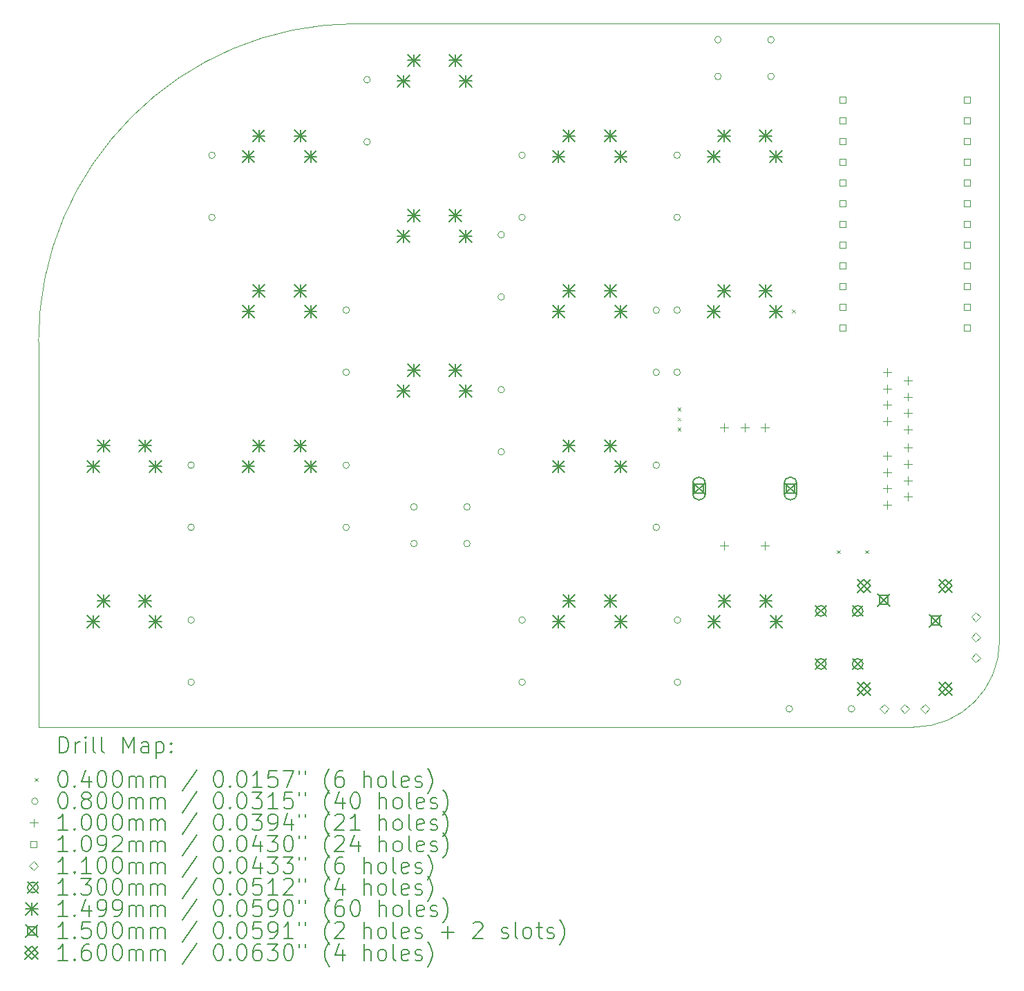
<source format=gbr>
%TF.GenerationSoftware,KiCad,Pcbnew,(6.0.8)*%
%TF.CreationDate,2023-05-18T22:36:22+10:00*%
%TF.ProjectId,shingleback,7368696e-676c-4656-9261-636b2e6b6963,rev?*%
%TF.SameCoordinates,Original*%
%TF.FileFunction,Drillmap*%
%TF.FilePolarity,Positive*%
%FSLAX45Y45*%
G04 Gerber Fmt 4.5, Leading zero omitted, Abs format (unit mm)*
G04 Created by KiCad (PCBNEW (6.0.8)) date 2023-05-18 22:36:22*
%MOMM*%
%LPD*%
G01*
G04 APERTURE LIST*
%ADD10C,0.100000*%
%ADD11C,0.200000*%
%ADD12C,0.040000*%
%ADD13C,0.080000*%
%ADD14C,0.109220*%
%ADD15C,0.110000*%
%ADD16C,0.130000*%
%ADD17C,0.149860*%
%ADD18C,0.150000*%
%ADD19C,0.160000*%
G04 APERTURE END LIST*
D10*
X17975000Y-11050000D02*
G75*
G03*
X19025000Y-10000000I0J1050000D01*
G01*
X7250000Y-11050000D02*
X17975000Y-11050000D01*
X19025000Y-2425000D02*
X11150000Y-2425000D01*
X7250000Y-6325000D02*
X7250000Y-11050000D01*
X19025000Y-10000000D02*
X19025000Y-2425000D01*
X11150000Y-2425000D02*
G75*
G03*
X7250000Y-6325000I0J-3900000D01*
G01*
D11*
D12*
X15080000Y-7130000D02*
X15120000Y-7170000D01*
X15120000Y-7130000D02*
X15080000Y-7170000D01*
X15080000Y-7255000D02*
X15120000Y-7295000D01*
X15120000Y-7255000D02*
X15080000Y-7295000D01*
X15080000Y-7380000D02*
X15120000Y-7420000D01*
X15120000Y-7380000D02*
X15080000Y-7420000D01*
X16480000Y-5930000D02*
X16520000Y-5970000D01*
X16520000Y-5930000D02*
X16480000Y-5970000D01*
X17030000Y-8880000D02*
X17070000Y-8920000D01*
X17070000Y-8880000D02*
X17030000Y-8920000D01*
X17380000Y-8880000D02*
X17420000Y-8920000D01*
X17420000Y-8880000D02*
X17380000Y-8920000D01*
D13*
X9160000Y-7838000D02*
G75*
G03*
X9160000Y-7838000I-40000J0D01*
G01*
X9160000Y-8600000D02*
G75*
G03*
X9160000Y-8600000I-40000J0D01*
G01*
X9160000Y-9738000D02*
G75*
G03*
X9160000Y-9738000I-40000J0D01*
G01*
X9160000Y-10500000D02*
G75*
G03*
X9160000Y-10500000I-40000J0D01*
G01*
X9415000Y-4038000D02*
G75*
G03*
X9415000Y-4038000I-40000J0D01*
G01*
X9415000Y-4800000D02*
G75*
G03*
X9415000Y-4800000I-40000J0D01*
G01*
X11060000Y-5938000D02*
G75*
G03*
X11060000Y-5938000I-40000J0D01*
G01*
X11060000Y-6700000D02*
G75*
G03*
X11060000Y-6700000I-40000J0D01*
G01*
X11060000Y-7838000D02*
G75*
G03*
X11060000Y-7838000I-40000J0D01*
G01*
X11060000Y-8600000D02*
G75*
G03*
X11060000Y-8600000I-40000J0D01*
G01*
X11315000Y-3113000D02*
G75*
G03*
X11315000Y-3113000I-40000J0D01*
G01*
X11315000Y-3875000D02*
G75*
G03*
X11315000Y-3875000I-40000J0D01*
G01*
X11890000Y-8349487D02*
G75*
G03*
X11890000Y-8349487I-40000J0D01*
G01*
X11890000Y-8800000D02*
G75*
G03*
X11890000Y-8800000I-40000J0D01*
G01*
X12540000Y-8799795D02*
G75*
G03*
X12540000Y-8799795I-40000J0D01*
G01*
X12540000Y-8350000D02*
G75*
G03*
X12540000Y-8350000I-40000J0D01*
G01*
X12960000Y-5013000D02*
G75*
G03*
X12960000Y-5013000I-40000J0D01*
G01*
X12960000Y-5775000D02*
G75*
G03*
X12960000Y-5775000I-40000J0D01*
G01*
X12960000Y-6913000D02*
G75*
G03*
X12960000Y-6913000I-40000J0D01*
G01*
X12960000Y-7675000D02*
G75*
G03*
X12960000Y-7675000I-40000J0D01*
G01*
X13215000Y-4038000D02*
G75*
G03*
X13215000Y-4038000I-40000J0D01*
G01*
X13215000Y-4800000D02*
G75*
G03*
X13215000Y-4800000I-40000J0D01*
G01*
X13215000Y-9738000D02*
G75*
G03*
X13215000Y-9738000I-40000J0D01*
G01*
X13215000Y-10500000D02*
G75*
G03*
X13215000Y-10500000I-40000J0D01*
G01*
X14860000Y-5938000D02*
G75*
G03*
X14860000Y-5938000I-40000J0D01*
G01*
X14860000Y-6700000D02*
G75*
G03*
X14860000Y-6700000I-40000J0D01*
G01*
X14860000Y-7838000D02*
G75*
G03*
X14860000Y-7838000I-40000J0D01*
G01*
X14860000Y-8600000D02*
G75*
G03*
X14860000Y-8600000I-40000J0D01*
G01*
X15115000Y-4038000D02*
G75*
G03*
X15115000Y-4038000I-40000J0D01*
G01*
X15115000Y-4800000D02*
G75*
G03*
X15115000Y-4800000I-40000J0D01*
G01*
X15115000Y-5938000D02*
G75*
G03*
X15115000Y-5938000I-40000J0D01*
G01*
X15115000Y-6700000D02*
G75*
G03*
X15115000Y-6700000I-40000J0D01*
G01*
X15120000Y-9736972D02*
G75*
G03*
X15120000Y-9736972I-40000J0D01*
G01*
X15120000Y-10498972D02*
G75*
G03*
X15120000Y-10498972I-40000J0D01*
G01*
X15615000Y-2622069D02*
G75*
G03*
X15615000Y-2622069I-40000J0D01*
G01*
X15615000Y-3072581D02*
G75*
G03*
X15615000Y-3072581I-40000J0D01*
G01*
X16265000Y-3072376D02*
G75*
G03*
X16265000Y-3072376I-40000J0D01*
G01*
X16265000Y-2622581D02*
G75*
G03*
X16265000Y-2622581I-40000J0D01*
G01*
X16490000Y-10825000D02*
G75*
G03*
X16490000Y-10825000I-40000J0D01*
G01*
X17252000Y-10825000D02*
G75*
G03*
X17252000Y-10825000I-40000J0D01*
G01*
D10*
X15654000Y-7325000D02*
X15654000Y-7425000D01*
X15604000Y-7375000D02*
X15704000Y-7375000D01*
X15654000Y-8775000D02*
X15654000Y-8875000D01*
X15604000Y-8825000D02*
X15704000Y-8825000D01*
X15904000Y-7325000D02*
X15904000Y-7425000D01*
X15854000Y-7375000D02*
X15954000Y-7375000D01*
X16154000Y-7325000D02*
X16154000Y-7425000D01*
X16104000Y-7375000D02*
X16204000Y-7375000D01*
X16154000Y-8775000D02*
X16154000Y-8875000D01*
X16104000Y-8825000D02*
X16204000Y-8825000D01*
X17650000Y-6650000D02*
X17650000Y-6750000D01*
X17600000Y-6700000D02*
X17700000Y-6700000D01*
X17650000Y-6850000D02*
X17650000Y-6950000D01*
X17600000Y-6900000D02*
X17700000Y-6900000D01*
X17650000Y-7050000D02*
X17650000Y-7150000D01*
X17600000Y-7100000D02*
X17700000Y-7100000D01*
X17650000Y-7250000D02*
X17650000Y-7350000D01*
X17600000Y-7300000D02*
X17700000Y-7300000D01*
X17650000Y-7675000D02*
X17650000Y-7775000D01*
X17600000Y-7725000D02*
X17700000Y-7725000D01*
X17650000Y-7875000D02*
X17650000Y-7975000D01*
X17600000Y-7925000D02*
X17700000Y-7925000D01*
X17650000Y-8075000D02*
X17650000Y-8175000D01*
X17600000Y-8125000D02*
X17700000Y-8125000D01*
X17650000Y-8275000D02*
X17650000Y-8375000D01*
X17600000Y-8325000D02*
X17700000Y-8325000D01*
X17900000Y-6750000D02*
X17900000Y-6850000D01*
X17850000Y-6800000D02*
X17950000Y-6800000D01*
X17900000Y-6950000D02*
X17900000Y-7050000D01*
X17850000Y-7000000D02*
X17950000Y-7000000D01*
X17900000Y-7150000D02*
X17900000Y-7250000D01*
X17850000Y-7200000D02*
X17950000Y-7200000D01*
X17900000Y-7350000D02*
X17900000Y-7450000D01*
X17850000Y-7400000D02*
X17950000Y-7400000D01*
X17900000Y-7575000D02*
X17900000Y-7675000D01*
X17850000Y-7625000D02*
X17950000Y-7625000D01*
X17900000Y-7775000D02*
X17900000Y-7875000D01*
X17850000Y-7825000D02*
X17950000Y-7825000D01*
X17900000Y-7975000D02*
X17900000Y-8075000D01*
X17850000Y-8025000D02*
X17950000Y-8025000D01*
X17900000Y-8175000D02*
X17900000Y-8275000D01*
X17850000Y-8225000D02*
X17950000Y-8225000D01*
D14*
X17138616Y-3394615D02*
X17138616Y-3317384D01*
X17061385Y-3317384D01*
X17061385Y-3394615D01*
X17138616Y-3394615D01*
X17138616Y-3648615D02*
X17138616Y-3571384D01*
X17061385Y-3571384D01*
X17061385Y-3648615D01*
X17138616Y-3648615D01*
X17138616Y-3902615D02*
X17138616Y-3825384D01*
X17061385Y-3825384D01*
X17061385Y-3902615D01*
X17138616Y-3902615D01*
X17138616Y-4156615D02*
X17138616Y-4079384D01*
X17061385Y-4079384D01*
X17061385Y-4156615D01*
X17138616Y-4156615D01*
X17138616Y-4410616D02*
X17138616Y-4333385D01*
X17061385Y-4333385D01*
X17061385Y-4410616D01*
X17138616Y-4410616D01*
X17138616Y-4664616D02*
X17138616Y-4587385D01*
X17061385Y-4587385D01*
X17061385Y-4664616D01*
X17138616Y-4664616D01*
X17138616Y-4918616D02*
X17138616Y-4841385D01*
X17061385Y-4841385D01*
X17061385Y-4918616D01*
X17138616Y-4918616D01*
X17138616Y-5172616D02*
X17138616Y-5095385D01*
X17061385Y-5095385D01*
X17061385Y-5172616D01*
X17138616Y-5172616D01*
X17138616Y-5426616D02*
X17138616Y-5349385D01*
X17061385Y-5349385D01*
X17061385Y-5426616D01*
X17138616Y-5426616D01*
X17138616Y-5680615D02*
X17138616Y-5603384D01*
X17061385Y-5603384D01*
X17061385Y-5680615D01*
X17138616Y-5680615D01*
X17138616Y-5934615D02*
X17138616Y-5857384D01*
X17061385Y-5857384D01*
X17061385Y-5934615D01*
X17138616Y-5934615D01*
X17138616Y-6188615D02*
X17138616Y-6111384D01*
X17061385Y-6111384D01*
X17061385Y-6188615D01*
X17138616Y-6188615D01*
X18662616Y-3394615D02*
X18662616Y-3317384D01*
X18585385Y-3317384D01*
X18585385Y-3394615D01*
X18662616Y-3394615D01*
X18662616Y-3648615D02*
X18662616Y-3571384D01*
X18585385Y-3571384D01*
X18585385Y-3648615D01*
X18662616Y-3648615D01*
X18662616Y-3902615D02*
X18662616Y-3825384D01*
X18585385Y-3825384D01*
X18585385Y-3902615D01*
X18662616Y-3902615D01*
X18662616Y-4156615D02*
X18662616Y-4079384D01*
X18585385Y-4079384D01*
X18585385Y-4156615D01*
X18662616Y-4156615D01*
X18662616Y-4410616D02*
X18662616Y-4333385D01*
X18585385Y-4333385D01*
X18585385Y-4410616D01*
X18662616Y-4410616D01*
X18662616Y-4664616D02*
X18662616Y-4587385D01*
X18585385Y-4587385D01*
X18585385Y-4664616D01*
X18662616Y-4664616D01*
X18662616Y-4918616D02*
X18662616Y-4841385D01*
X18585385Y-4841385D01*
X18585385Y-4918616D01*
X18662616Y-4918616D01*
X18662616Y-5172616D02*
X18662616Y-5095385D01*
X18585385Y-5095385D01*
X18585385Y-5172616D01*
X18662616Y-5172616D01*
X18662616Y-5426616D02*
X18662616Y-5349385D01*
X18585385Y-5349385D01*
X18585385Y-5426616D01*
X18662616Y-5426616D01*
X18662616Y-5680615D02*
X18662616Y-5603384D01*
X18585385Y-5603384D01*
X18585385Y-5680615D01*
X18662616Y-5680615D01*
X18662616Y-5934615D02*
X18662616Y-5857384D01*
X18585385Y-5857384D01*
X18585385Y-5934615D01*
X18662616Y-5934615D01*
X18662616Y-6188615D02*
X18662616Y-6111384D01*
X18585385Y-6111384D01*
X18585385Y-6188615D01*
X18662616Y-6188615D01*
D15*
X17612341Y-10878000D02*
X17667341Y-10823000D01*
X17612341Y-10768000D01*
X17557341Y-10823000D01*
X17612341Y-10878000D01*
X17862341Y-10878000D02*
X17917341Y-10823000D01*
X17862341Y-10768000D01*
X17807341Y-10823000D01*
X17862341Y-10878000D01*
X18112341Y-10878000D02*
X18167341Y-10823000D01*
X18112341Y-10768000D01*
X18057341Y-10823000D01*
X18112341Y-10878000D01*
X18735341Y-9755000D02*
X18790341Y-9700000D01*
X18735341Y-9645000D01*
X18680341Y-9700000D01*
X18735341Y-9755000D01*
X18735341Y-10005000D02*
X18790341Y-9950000D01*
X18735341Y-9895000D01*
X18680341Y-9950000D01*
X18735341Y-10005000D01*
X18735341Y-10255000D02*
X18790341Y-10200000D01*
X18735341Y-10145000D01*
X18680341Y-10200000D01*
X18735341Y-10255000D01*
D16*
X16772341Y-9560000D02*
X16902341Y-9690000D01*
X16902341Y-9560000D02*
X16772341Y-9690000D01*
X16902341Y-9625000D02*
G75*
G03*
X16902341Y-9625000I-65000J0D01*
G01*
X16772341Y-10210000D02*
X16902341Y-10340000D01*
X16902341Y-10210000D02*
X16772341Y-10340000D01*
X16902341Y-10275000D02*
G75*
G03*
X16902341Y-10275000I-65000J0D01*
G01*
X17222341Y-9560000D02*
X17352341Y-9690000D01*
X17352341Y-9560000D02*
X17222341Y-9690000D01*
X17352341Y-9625000D02*
G75*
G03*
X17352341Y-9625000I-65000J0D01*
G01*
X17222341Y-10210000D02*
X17352341Y-10340000D01*
X17352341Y-10210000D02*
X17222341Y-10340000D01*
X17352341Y-10275000D02*
G75*
G03*
X17352341Y-10275000I-65000J0D01*
G01*
D17*
X7848070Y-7779070D02*
X7997930Y-7928930D01*
X7997930Y-7779070D02*
X7848070Y-7928930D01*
X7923000Y-7779070D02*
X7923000Y-7928930D01*
X7848070Y-7854000D02*
X7997930Y-7854000D01*
X7848070Y-9679070D02*
X7997930Y-9828930D01*
X7997930Y-9679070D02*
X7848070Y-9828930D01*
X7923000Y-9679070D02*
X7923000Y-9828930D01*
X7848070Y-9754000D02*
X7997930Y-9754000D01*
X7975070Y-7525070D02*
X8124930Y-7674930D01*
X8124930Y-7525070D02*
X7975070Y-7674930D01*
X8050000Y-7525070D02*
X8050000Y-7674930D01*
X7975070Y-7600000D02*
X8124930Y-7600000D01*
X7975070Y-9425070D02*
X8124930Y-9574930D01*
X8124930Y-9425070D02*
X7975070Y-9574930D01*
X8050000Y-9425070D02*
X8050000Y-9574930D01*
X7975070Y-9500000D02*
X8124930Y-9500000D01*
X8483070Y-7525070D02*
X8632930Y-7674930D01*
X8632930Y-7525070D02*
X8483070Y-7674930D01*
X8558000Y-7525070D02*
X8558000Y-7674930D01*
X8483070Y-7600000D02*
X8632930Y-7600000D01*
X8483070Y-9425070D02*
X8632930Y-9574930D01*
X8632930Y-9425070D02*
X8483070Y-9574930D01*
X8558000Y-9425070D02*
X8558000Y-9574930D01*
X8483070Y-9500000D02*
X8632930Y-9500000D01*
X8610070Y-7779070D02*
X8759930Y-7928930D01*
X8759930Y-7779070D02*
X8610070Y-7928930D01*
X8685000Y-7779070D02*
X8685000Y-7928930D01*
X8610070Y-7854000D02*
X8759930Y-7854000D01*
X8610070Y-9679070D02*
X8759930Y-9828930D01*
X8759930Y-9679070D02*
X8610070Y-9828930D01*
X8685000Y-9679070D02*
X8685000Y-9828930D01*
X8610070Y-9754000D02*
X8759930Y-9754000D01*
X9748070Y-3979070D02*
X9897930Y-4128930D01*
X9897930Y-3979070D02*
X9748070Y-4128930D01*
X9823000Y-3979070D02*
X9823000Y-4128930D01*
X9748070Y-4054000D02*
X9897930Y-4054000D01*
X9748070Y-5879070D02*
X9897930Y-6028930D01*
X9897930Y-5879070D02*
X9748070Y-6028930D01*
X9823000Y-5879070D02*
X9823000Y-6028930D01*
X9748070Y-5954000D02*
X9897930Y-5954000D01*
X9748070Y-7779070D02*
X9897930Y-7928930D01*
X9897930Y-7779070D02*
X9748070Y-7928930D01*
X9823000Y-7779070D02*
X9823000Y-7928930D01*
X9748070Y-7854000D02*
X9897930Y-7854000D01*
X9875070Y-3725070D02*
X10024930Y-3874930D01*
X10024930Y-3725070D02*
X9875070Y-3874930D01*
X9950000Y-3725070D02*
X9950000Y-3874930D01*
X9875070Y-3800000D02*
X10024930Y-3800000D01*
X9875070Y-5625070D02*
X10024930Y-5774930D01*
X10024930Y-5625070D02*
X9875070Y-5774930D01*
X9950000Y-5625070D02*
X9950000Y-5774930D01*
X9875070Y-5700000D02*
X10024930Y-5700000D01*
X9875070Y-7525070D02*
X10024930Y-7674930D01*
X10024930Y-7525070D02*
X9875070Y-7674930D01*
X9950000Y-7525070D02*
X9950000Y-7674930D01*
X9875070Y-7600000D02*
X10024930Y-7600000D01*
X10383070Y-3725070D02*
X10532930Y-3874930D01*
X10532930Y-3725070D02*
X10383070Y-3874930D01*
X10458000Y-3725070D02*
X10458000Y-3874930D01*
X10383070Y-3800000D02*
X10532930Y-3800000D01*
X10383070Y-5625070D02*
X10532930Y-5774930D01*
X10532930Y-5625070D02*
X10383070Y-5774930D01*
X10458000Y-5625070D02*
X10458000Y-5774930D01*
X10383070Y-5700000D02*
X10532930Y-5700000D01*
X10383070Y-7525070D02*
X10532930Y-7674930D01*
X10532930Y-7525070D02*
X10383070Y-7674930D01*
X10458000Y-7525070D02*
X10458000Y-7674930D01*
X10383070Y-7600000D02*
X10532930Y-7600000D01*
X10510070Y-3979070D02*
X10659930Y-4128930D01*
X10659930Y-3979070D02*
X10510070Y-4128930D01*
X10585000Y-3979070D02*
X10585000Y-4128930D01*
X10510070Y-4054000D02*
X10659930Y-4054000D01*
X10510070Y-5879070D02*
X10659930Y-6028930D01*
X10659930Y-5879070D02*
X10510070Y-6028930D01*
X10585000Y-5879070D02*
X10585000Y-6028930D01*
X10510070Y-5954000D02*
X10659930Y-5954000D01*
X10510070Y-7779070D02*
X10659930Y-7928930D01*
X10659930Y-7779070D02*
X10510070Y-7928930D01*
X10585000Y-7779070D02*
X10585000Y-7928930D01*
X10510070Y-7854000D02*
X10659930Y-7854000D01*
X11648070Y-3054070D02*
X11797930Y-3203930D01*
X11797930Y-3054070D02*
X11648070Y-3203930D01*
X11723000Y-3054070D02*
X11723000Y-3203930D01*
X11648070Y-3129000D02*
X11797930Y-3129000D01*
X11648070Y-4954070D02*
X11797930Y-5103930D01*
X11797930Y-4954070D02*
X11648070Y-5103930D01*
X11723000Y-4954070D02*
X11723000Y-5103930D01*
X11648070Y-5029000D02*
X11797930Y-5029000D01*
X11648070Y-6854070D02*
X11797930Y-7003930D01*
X11797930Y-6854070D02*
X11648070Y-7003930D01*
X11723000Y-6854070D02*
X11723000Y-7003930D01*
X11648070Y-6929000D02*
X11797930Y-6929000D01*
X11775070Y-2800070D02*
X11924930Y-2949930D01*
X11924930Y-2800070D02*
X11775070Y-2949930D01*
X11850000Y-2800070D02*
X11850000Y-2949930D01*
X11775070Y-2875000D02*
X11924930Y-2875000D01*
X11775070Y-4700070D02*
X11924930Y-4849930D01*
X11924930Y-4700070D02*
X11775070Y-4849930D01*
X11850000Y-4700070D02*
X11850000Y-4849930D01*
X11775070Y-4775000D02*
X11924930Y-4775000D01*
X11775070Y-6600070D02*
X11924930Y-6749930D01*
X11924930Y-6600070D02*
X11775070Y-6749930D01*
X11850000Y-6600070D02*
X11850000Y-6749930D01*
X11775070Y-6675000D02*
X11924930Y-6675000D01*
X12283070Y-2800070D02*
X12432930Y-2949930D01*
X12432930Y-2800070D02*
X12283070Y-2949930D01*
X12358000Y-2800070D02*
X12358000Y-2949930D01*
X12283070Y-2875000D02*
X12432930Y-2875000D01*
X12283070Y-4700070D02*
X12432930Y-4849930D01*
X12432930Y-4700070D02*
X12283070Y-4849930D01*
X12358000Y-4700070D02*
X12358000Y-4849930D01*
X12283070Y-4775000D02*
X12432930Y-4775000D01*
X12283070Y-6600070D02*
X12432930Y-6749930D01*
X12432930Y-6600070D02*
X12283070Y-6749930D01*
X12358000Y-6600070D02*
X12358000Y-6749930D01*
X12283070Y-6675000D02*
X12432930Y-6675000D01*
X12410070Y-3054070D02*
X12559930Y-3203930D01*
X12559930Y-3054070D02*
X12410070Y-3203930D01*
X12485000Y-3054070D02*
X12485000Y-3203930D01*
X12410070Y-3129000D02*
X12559930Y-3129000D01*
X12410070Y-4954070D02*
X12559930Y-5103930D01*
X12559930Y-4954070D02*
X12410070Y-5103930D01*
X12485000Y-4954070D02*
X12485000Y-5103930D01*
X12410070Y-5029000D02*
X12559930Y-5029000D01*
X12410070Y-6854070D02*
X12559930Y-7003930D01*
X12559930Y-6854070D02*
X12410070Y-7003930D01*
X12485000Y-6854070D02*
X12485000Y-7003930D01*
X12410070Y-6929000D02*
X12559930Y-6929000D01*
X13548070Y-3979070D02*
X13697930Y-4128930D01*
X13697930Y-3979070D02*
X13548070Y-4128930D01*
X13623000Y-3979070D02*
X13623000Y-4128930D01*
X13548070Y-4054000D02*
X13697930Y-4054000D01*
X13548070Y-5879070D02*
X13697930Y-6028930D01*
X13697930Y-5879070D02*
X13548070Y-6028930D01*
X13623000Y-5879070D02*
X13623000Y-6028930D01*
X13548070Y-5954000D02*
X13697930Y-5954000D01*
X13548070Y-7779070D02*
X13697930Y-7928930D01*
X13697930Y-7779070D02*
X13548070Y-7928930D01*
X13623000Y-7779070D02*
X13623000Y-7928930D01*
X13548070Y-7854000D02*
X13697930Y-7854000D01*
X13548070Y-9679070D02*
X13697930Y-9828930D01*
X13697930Y-9679070D02*
X13548070Y-9828930D01*
X13623000Y-9679070D02*
X13623000Y-9828930D01*
X13548070Y-9754000D02*
X13697930Y-9754000D01*
X13675070Y-3725070D02*
X13824930Y-3874930D01*
X13824930Y-3725070D02*
X13675070Y-3874930D01*
X13750000Y-3725070D02*
X13750000Y-3874930D01*
X13675070Y-3800000D02*
X13824930Y-3800000D01*
X13675070Y-5625070D02*
X13824930Y-5774930D01*
X13824930Y-5625070D02*
X13675070Y-5774930D01*
X13750000Y-5625070D02*
X13750000Y-5774930D01*
X13675070Y-5700000D02*
X13824930Y-5700000D01*
X13675070Y-7525070D02*
X13824930Y-7674930D01*
X13824930Y-7525070D02*
X13675070Y-7674930D01*
X13750000Y-7525070D02*
X13750000Y-7674930D01*
X13675070Y-7600000D02*
X13824930Y-7600000D01*
X13675070Y-9425070D02*
X13824930Y-9574930D01*
X13824930Y-9425070D02*
X13675070Y-9574930D01*
X13750000Y-9425070D02*
X13750000Y-9574930D01*
X13675070Y-9500000D02*
X13824930Y-9500000D01*
X14183070Y-3725070D02*
X14332930Y-3874930D01*
X14332930Y-3725070D02*
X14183070Y-3874930D01*
X14258000Y-3725070D02*
X14258000Y-3874930D01*
X14183070Y-3800000D02*
X14332930Y-3800000D01*
X14183070Y-5625070D02*
X14332930Y-5774930D01*
X14332930Y-5625070D02*
X14183070Y-5774930D01*
X14258000Y-5625070D02*
X14258000Y-5774930D01*
X14183070Y-5700000D02*
X14332930Y-5700000D01*
X14183070Y-7525070D02*
X14332930Y-7674930D01*
X14332930Y-7525070D02*
X14183070Y-7674930D01*
X14258000Y-7525070D02*
X14258000Y-7674930D01*
X14183070Y-7600000D02*
X14332930Y-7600000D01*
X14183070Y-9425070D02*
X14332930Y-9574930D01*
X14332930Y-9425070D02*
X14183070Y-9574930D01*
X14258000Y-9425070D02*
X14258000Y-9574930D01*
X14183070Y-9500000D02*
X14332930Y-9500000D01*
X14310070Y-3979070D02*
X14459930Y-4128930D01*
X14459930Y-3979070D02*
X14310070Y-4128930D01*
X14385000Y-3979070D02*
X14385000Y-4128930D01*
X14310070Y-4054000D02*
X14459930Y-4054000D01*
X14310070Y-5879070D02*
X14459930Y-6028930D01*
X14459930Y-5879070D02*
X14310070Y-6028930D01*
X14385000Y-5879070D02*
X14385000Y-6028930D01*
X14310070Y-5954000D02*
X14459930Y-5954000D01*
X14310070Y-7779070D02*
X14459930Y-7928930D01*
X14459930Y-7779070D02*
X14310070Y-7928930D01*
X14385000Y-7779070D02*
X14385000Y-7928930D01*
X14310070Y-7854000D02*
X14459930Y-7854000D01*
X14310070Y-9679070D02*
X14459930Y-9828930D01*
X14459930Y-9679070D02*
X14310070Y-9828930D01*
X14385000Y-9679070D02*
X14385000Y-9828930D01*
X14310070Y-9754000D02*
X14459930Y-9754000D01*
X15448070Y-3979070D02*
X15597930Y-4128930D01*
X15597930Y-3979070D02*
X15448070Y-4128930D01*
X15523000Y-3979070D02*
X15523000Y-4128930D01*
X15448070Y-4054000D02*
X15597930Y-4054000D01*
X15448070Y-5879070D02*
X15597930Y-6028930D01*
X15597930Y-5879070D02*
X15448070Y-6028930D01*
X15523000Y-5879070D02*
X15523000Y-6028930D01*
X15448070Y-5954000D02*
X15597930Y-5954000D01*
X15453070Y-9678042D02*
X15602930Y-9827902D01*
X15602930Y-9678042D02*
X15453070Y-9827902D01*
X15528000Y-9678042D02*
X15528000Y-9827902D01*
X15453070Y-9752972D02*
X15602930Y-9752972D01*
X15575070Y-3725070D02*
X15724930Y-3874930D01*
X15724930Y-3725070D02*
X15575070Y-3874930D01*
X15650000Y-3725070D02*
X15650000Y-3874930D01*
X15575070Y-3800000D02*
X15724930Y-3800000D01*
X15575070Y-5625070D02*
X15724930Y-5774930D01*
X15724930Y-5625070D02*
X15575070Y-5774930D01*
X15650000Y-5625070D02*
X15650000Y-5774930D01*
X15575070Y-5700000D02*
X15724930Y-5700000D01*
X15580070Y-9424042D02*
X15729930Y-9573902D01*
X15729930Y-9424042D02*
X15580070Y-9573902D01*
X15655000Y-9424042D02*
X15655000Y-9573902D01*
X15580070Y-9498972D02*
X15729930Y-9498972D01*
X16083070Y-3725070D02*
X16232930Y-3874930D01*
X16232930Y-3725070D02*
X16083070Y-3874930D01*
X16158000Y-3725070D02*
X16158000Y-3874930D01*
X16083070Y-3800000D02*
X16232930Y-3800000D01*
X16083070Y-5625070D02*
X16232930Y-5774930D01*
X16232930Y-5625070D02*
X16083070Y-5774930D01*
X16158000Y-5625070D02*
X16158000Y-5774930D01*
X16083070Y-5700000D02*
X16232930Y-5700000D01*
X16088070Y-9424042D02*
X16237930Y-9573902D01*
X16237930Y-9424042D02*
X16088070Y-9573902D01*
X16163000Y-9424042D02*
X16163000Y-9573902D01*
X16088070Y-9498972D02*
X16237930Y-9498972D01*
X16210070Y-3979070D02*
X16359930Y-4128930D01*
X16359930Y-3979070D02*
X16210070Y-4128930D01*
X16285000Y-3979070D02*
X16285000Y-4128930D01*
X16210070Y-4054000D02*
X16359930Y-4054000D01*
X16210070Y-5879070D02*
X16359930Y-6028930D01*
X16359930Y-5879070D02*
X16210070Y-6028930D01*
X16285000Y-5879070D02*
X16285000Y-6028930D01*
X16210070Y-5954000D02*
X16359930Y-5954000D01*
X16215070Y-9678042D02*
X16364930Y-9827902D01*
X16364930Y-9678042D02*
X16215070Y-9827902D01*
X16290000Y-9678042D02*
X16290000Y-9827902D01*
X16215070Y-9752972D02*
X16364930Y-9752972D01*
D18*
X15269000Y-8050000D02*
X15419000Y-8200000D01*
X15419000Y-8050000D02*
X15269000Y-8200000D01*
X15397033Y-8178033D02*
X15397033Y-8071966D01*
X15290966Y-8071966D01*
X15290966Y-8178033D01*
X15397033Y-8178033D01*
D11*
X15269000Y-8060000D02*
X15269000Y-8190000D01*
X15419000Y-8060000D02*
X15419000Y-8190000D01*
X15269000Y-8190000D02*
G75*
G03*
X15419000Y-8190000I75000J0D01*
G01*
X15419000Y-8060000D02*
G75*
G03*
X15269000Y-8060000I-75000J0D01*
G01*
D18*
X16389000Y-8050000D02*
X16539000Y-8200000D01*
X16539000Y-8050000D02*
X16389000Y-8200000D01*
X16517033Y-8178033D02*
X16517033Y-8071966D01*
X16410966Y-8071966D01*
X16410966Y-8178033D01*
X16517033Y-8178033D01*
D11*
X16389000Y-8060000D02*
X16389000Y-8190000D01*
X16539000Y-8060000D02*
X16539000Y-8190000D01*
X16389000Y-8190000D02*
G75*
G03*
X16539000Y-8190000I75000J0D01*
G01*
X16539000Y-8060000D02*
G75*
G03*
X16389000Y-8060000I-75000J0D01*
G01*
D18*
X17533341Y-9415000D02*
X17683341Y-9565000D01*
X17683341Y-9415000D02*
X17533341Y-9565000D01*
X17661375Y-9543034D02*
X17661375Y-9436967D01*
X17555308Y-9436967D01*
X17555308Y-9543034D01*
X17661375Y-9543034D01*
X18168341Y-9669000D02*
X18318341Y-9819000D01*
X18318341Y-9669000D02*
X18168341Y-9819000D01*
X18296375Y-9797034D02*
X18296375Y-9690967D01*
X18190308Y-9690967D01*
X18190308Y-9797034D01*
X18296375Y-9797034D01*
D19*
X17282341Y-9237500D02*
X17442341Y-9397500D01*
X17442341Y-9237500D02*
X17282341Y-9397500D01*
X17362341Y-9397500D02*
X17442341Y-9317500D01*
X17362341Y-9237500D01*
X17282341Y-9317500D01*
X17362341Y-9397500D01*
X17282341Y-10502500D02*
X17442341Y-10662500D01*
X17442341Y-10502500D02*
X17282341Y-10662500D01*
X17362341Y-10662500D02*
X17442341Y-10582500D01*
X17362341Y-10502500D01*
X17282341Y-10582500D01*
X17362341Y-10662500D01*
X18282341Y-9237500D02*
X18442341Y-9397500D01*
X18442341Y-9237500D02*
X18282341Y-9397500D01*
X18362341Y-9397500D02*
X18442341Y-9317500D01*
X18362341Y-9237500D01*
X18282341Y-9317500D01*
X18362341Y-9397500D01*
X18282341Y-10502500D02*
X18442341Y-10662500D01*
X18442341Y-10502500D02*
X18282341Y-10662500D01*
X18362341Y-10662500D02*
X18442341Y-10582500D01*
X18362341Y-10502500D01*
X18282341Y-10582500D01*
X18362341Y-10662500D01*
D11*
X7502619Y-11365476D02*
X7502619Y-11165476D01*
X7550238Y-11165476D01*
X7578809Y-11175000D01*
X7597857Y-11194048D01*
X7607381Y-11213095D01*
X7616905Y-11251190D01*
X7616905Y-11279762D01*
X7607381Y-11317857D01*
X7597857Y-11336905D01*
X7578809Y-11355952D01*
X7550238Y-11365476D01*
X7502619Y-11365476D01*
X7702619Y-11365476D02*
X7702619Y-11232143D01*
X7702619Y-11270238D02*
X7712143Y-11251190D01*
X7721667Y-11241667D01*
X7740714Y-11232143D01*
X7759762Y-11232143D01*
X7826428Y-11365476D02*
X7826428Y-11232143D01*
X7826428Y-11165476D02*
X7816905Y-11175000D01*
X7826428Y-11184524D01*
X7835952Y-11175000D01*
X7826428Y-11165476D01*
X7826428Y-11184524D01*
X7950238Y-11365476D02*
X7931190Y-11355952D01*
X7921667Y-11336905D01*
X7921667Y-11165476D01*
X8055000Y-11365476D02*
X8035952Y-11355952D01*
X8026428Y-11336905D01*
X8026428Y-11165476D01*
X8283571Y-11365476D02*
X8283571Y-11165476D01*
X8350238Y-11308333D01*
X8416905Y-11165476D01*
X8416905Y-11365476D01*
X8597857Y-11365476D02*
X8597857Y-11260714D01*
X8588333Y-11241667D01*
X8569286Y-11232143D01*
X8531190Y-11232143D01*
X8512143Y-11241667D01*
X8597857Y-11355952D02*
X8578810Y-11365476D01*
X8531190Y-11365476D01*
X8512143Y-11355952D01*
X8502619Y-11336905D01*
X8502619Y-11317857D01*
X8512143Y-11298809D01*
X8531190Y-11289286D01*
X8578810Y-11289286D01*
X8597857Y-11279762D01*
X8693095Y-11232143D02*
X8693095Y-11432143D01*
X8693095Y-11241667D02*
X8712143Y-11232143D01*
X8750238Y-11232143D01*
X8769286Y-11241667D01*
X8778810Y-11251190D01*
X8788333Y-11270238D01*
X8788333Y-11327381D01*
X8778810Y-11346428D01*
X8769286Y-11355952D01*
X8750238Y-11365476D01*
X8712143Y-11365476D01*
X8693095Y-11355952D01*
X8874048Y-11346428D02*
X8883571Y-11355952D01*
X8874048Y-11365476D01*
X8864524Y-11355952D01*
X8874048Y-11346428D01*
X8874048Y-11365476D01*
X8874048Y-11241667D02*
X8883571Y-11251190D01*
X8874048Y-11260714D01*
X8864524Y-11251190D01*
X8874048Y-11241667D01*
X8874048Y-11260714D01*
D12*
X7205000Y-11675000D02*
X7245000Y-11715000D01*
X7245000Y-11675000D02*
X7205000Y-11715000D01*
D11*
X7540714Y-11585476D02*
X7559762Y-11585476D01*
X7578809Y-11595000D01*
X7588333Y-11604524D01*
X7597857Y-11623571D01*
X7607381Y-11661667D01*
X7607381Y-11709286D01*
X7597857Y-11747381D01*
X7588333Y-11766428D01*
X7578809Y-11775952D01*
X7559762Y-11785476D01*
X7540714Y-11785476D01*
X7521667Y-11775952D01*
X7512143Y-11766428D01*
X7502619Y-11747381D01*
X7493095Y-11709286D01*
X7493095Y-11661667D01*
X7502619Y-11623571D01*
X7512143Y-11604524D01*
X7521667Y-11595000D01*
X7540714Y-11585476D01*
X7693095Y-11766428D02*
X7702619Y-11775952D01*
X7693095Y-11785476D01*
X7683571Y-11775952D01*
X7693095Y-11766428D01*
X7693095Y-11785476D01*
X7874048Y-11652143D02*
X7874048Y-11785476D01*
X7826428Y-11575952D02*
X7778809Y-11718809D01*
X7902619Y-11718809D01*
X8016905Y-11585476D02*
X8035952Y-11585476D01*
X8055000Y-11595000D01*
X8064524Y-11604524D01*
X8074048Y-11623571D01*
X8083571Y-11661667D01*
X8083571Y-11709286D01*
X8074048Y-11747381D01*
X8064524Y-11766428D01*
X8055000Y-11775952D01*
X8035952Y-11785476D01*
X8016905Y-11785476D01*
X7997857Y-11775952D01*
X7988333Y-11766428D01*
X7978809Y-11747381D01*
X7969286Y-11709286D01*
X7969286Y-11661667D01*
X7978809Y-11623571D01*
X7988333Y-11604524D01*
X7997857Y-11595000D01*
X8016905Y-11585476D01*
X8207381Y-11585476D02*
X8226428Y-11585476D01*
X8245476Y-11595000D01*
X8255000Y-11604524D01*
X8264524Y-11623571D01*
X8274048Y-11661667D01*
X8274048Y-11709286D01*
X8264524Y-11747381D01*
X8255000Y-11766428D01*
X8245476Y-11775952D01*
X8226428Y-11785476D01*
X8207381Y-11785476D01*
X8188333Y-11775952D01*
X8178809Y-11766428D01*
X8169286Y-11747381D01*
X8159762Y-11709286D01*
X8159762Y-11661667D01*
X8169286Y-11623571D01*
X8178809Y-11604524D01*
X8188333Y-11595000D01*
X8207381Y-11585476D01*
X8359762Y-11785476D02*
X8359762Y-11652143D01*
X8359762Y-11671190D02*
X8369286Y-11661667D01*
X8388333Y-11652143D01*
X8416905Y-11652143D01*
X8435952Y-11661667D01*
X8445476Y-11680714D01*
X8445476Y-11785476D01*
X8445476Y-11680714D02*
X8455000Y-11661667D01*
X8474048Y-11652143D01*
X8502619Y-11652143D01*
X8521667Y-11661667D01*
X8531190Y-11680714D01*
X8531190Y-11785476D01*
X8626429Y-11785476D02*
X8626429Y-11652143D01*
X8626429Y-11671190D02*
X8635952Y-11661667D01*
X8655000Y-11652143D01*
X8683571Y-11652143D01*
X8702619Y-11661667D01*
X8712143Y-11680714D01*
X8712143Y-11785476D01*
X8712143Y-11680714D02*
X8721667Y-11661667D01*
X8740714Y-11652143D01*
X8769286Y-11652143D01*
X8788333Y-11661667D01*
X8797857Y-11680714D01*
X8797857Y-11785476D01*
X9188333Y-11575952D02*
X9016905Y-11833095D01*
X9445476Y-11585476D02*
X9464524Y-11585476D01*
X9483571Y-11595000D01*
X9493095Y-11604524D01*
X9502619Y-11623571D01*
X9512143Y-11661667D01*
X9512143Y-11709286D01*
X9502619Y-11747381D01*
X9493095Y-11766428D01*
X9483571Y-11775952D01*
X9464524Y-11785476D01*
X9445476Y-11785476D01*
X9426429Y-11775952D01*
X9416905Y-11766428D01*
X9407381Y-11747381D01*
X9397857Y-11709286D01*
X9397857Y-11661667D01*
X9407381Y-11623571D01*
X9416905Y-11604524D01*
X9426429Y-11595000D01*
X9445476Y-11585476D01*
X9597857Y-11766428D02*
X9607381Y-11775952D01*
X9597857Y-11785476D01*
X9588333Y-11775952D01*
X9597857Y-11766428D01*
X9597857Y-11785476D01*
X9731190Y-11585476D02*
X9750238Y-11585476D01*
X9769286Y-11595000D01*
X9778810Y-11604524D01*
X9788333Y-11623571D01*
X9797857Y-11661667D01*
X9797857Y-11709286D01*
X9788333Y-11747381D01*
X9778810Y-11766428D01*
X9769286Y-11775952D01*
X9750238Y-11785476D01*
X9731190Y-11785476D01*
X9712143Y-11775952D01*
X9702619Y-11766428D01*
X9693095Y-11747381D01*
X9683571Y-11709286D01*
X9683571Y-11661667D01*
X9693095Y-11623571D01*
X9702619Y-11604524D01*
X9712143Y-11595000D01*
X9731190Y-11585476D01*
X9988333Y-11785476D02*
X9874048Y-11785476D01*
X9931190Y-11785476D02*
X9931190Y-11585476D01*
X9912143Y-11614048D01*
X9893095Y-11633095D01*
X9874048Y-11642619D01*
X10169286Y-11585476D02*
X10074048Y-11585476D01*
X10064524Y-11680714D01*
X10074048Y-11671190D01*
X10093095Y-11661667D01*
X10140714Y-11661667D01*
X10159762Y-11671190D01*
X10169286Y-11680714D01*
X10178810Y-11699762D01*
X10178810Y-11747381D01*
X10169286Y-11766428D01*
X10159762Y-11775952D01*
X10140714Y-11785476D01*
X10093095Y-11785476D01*
X10074048Y-11775952D01*
X10064524Y-11766428D01*
X10245476Y-11585476D02*
X10378810Y-11585476D01*
X10293095Y-11785476D01*
X10445476Y-11585476D02*
X10445476Y-11623571D01*
X10521667Y-11585476D02*
X10521667Y-11623571D01*
X10816905Y-11861667D02*
X10807381Y-11852143D01*
X10788333Y-11823571D01*
X10778810Y-11804524D01*
X10769286Y-11775952D01*
X10759762Y-11728333D01*
X10759762Y-11690238D01*
X10769286Y-11642619D01*
X10778810Y-11614048D01*
X10788333Y-11595000D01*
X10807381Y-11566428D01*
X10816905Y-11556905D01*
X10978810Y-11585476D02*
X10940714Y-11585476D01*
X10921667Y-11595000D01*
X10912143Y-11604524D01*
X10893095Y-11633095D01*
X10883571Y-11671190D01*
X10883571Y-11747381D01*
X10893095Y-11766428D01*
X10902619Y-11775952D01*
X10921667Y-11785476D01*
X10959762Y-11785476D01*
X10978810Y-11775952D01*
X10988333Y-11766428D01*
X10997857Y-11747381D01*
X10997857Y-11699762D01*
X10988333Y-11680714D01*
X10978810Y-11671190D01*
X10959762Y-11661667D01*
X10921667Y-11661667D01*
X10902619Y-11671190D01*
X10893095Y-11680714D01*
X10883571Y-11699762D01*
X11235952Y-11785476D02*
X11235952Y-11585476D01*
X11321667Y-11785476D02*
X11321667Y-11680714D01*
X11312143Y-11661667D01*
X11293095Y-11652143D01*
X11264524Y-11652143D01*
X11245476Y-11661667D01*
X11235952Y-11671190D01*
X11445476Y-11785476D02*
X11426428Y-11775952D01*
X11416905Y-11766428D01*
X11407381Y-11747381D01*
X11407381Y-11690238D01*
X11416905Y-11671190D01*
X11426428Y-11661667D01*
X11445476Y-11652143D01*
X11474048Y-11652143D01*
X11493095Y-11661667D01*
X11502619Y-11671190D01*
X11512143Y-11690238D01*
X11512143Y-11747381D01*
X11502619Y-11766428D01*
X11493095Y-11775952D01*
X11474048Y-11785476D01*
X11445476Y-11785476D01*
X11626428Y-11785476D02*
X11607381Y-11775952D01*
X11597857Y-11756905D01*
X11597857Y-11585476D01*
X11778809Y-11775952D02*
X11759762Y-11785476D01*
X11721667Y-11785476D01*
X11702619Y-11775952D01*
X11693095Y-11756905D01*
X11693095Y-11680714D01*
X11702619Y-11661667D01*
X11721667Y-11652143D01*
X11759762Y-11652143D01*
X11778809Y-11661667D01*
X11788333Y-11680714D01*
X11788333Y-11699762D01*
X11693095Y-11718809D01*
X11864524Y-11775952D02*
X11883571Y-11785476D01*
X11921667Y-11785476D01*
X11940714Y-11775952D01*
X11950238Y-11756905D01*
X11950238Y-11747381D01*
X11940714Y-11728333D01*
X11921667Y-11718809D01*
X11893095Y-11718809D01*
X11874048Y-11709286D01*
X11864524Y-11690238D01*
X11864524Y-11680714D01*
X11874048Y-11661667D01*
X11893095Y-11652143D01*
X11921667Y-11652143D01*
X11940714Y-11661667D01*
X12016905Y-11861667D02*
X12026428Y-11852143D01*
X12045476Y-11823571D01*
X12055000Y-11804524D01*
X12064524Y-11775952D01*
X12074048Y-11728333D01*
X12074048Y-11690238D01*
X12064524Y-11642619D01*
X12055000Y-11614048D01*
X12045476Y-11595000D01*
X12026428Y-11566428D01*
X12016905Y-11556905D01*
D13*
X7245000Y-11959000D02*
G75*
G03*
X7245000Y-11959000I-40000J0D01*
G01*
D11*
X7540714Y-11849476D02*
X7559762Y-11849476D01*
X7578809Y-11859000D01*
X7588333Y-11868524D01*
X7597857Y-11887571D01*
X7607381Y-11925667D01*
X7607381Y-11973286D01*
X7597857Y-12011381D01*
X7588333Y-12030428D01*
X7578809Y-12039952D01*
X7559762Y-12049476D01*
X7540714Y-12049476D01*
X7521667Y-12039952D01*
X7512143Y-12030428D01*
X7502619Y-12011381D01*
X7493095Y-11973286D01*
X7493095Y-11925667D01*
X7502619Y-11887571D01*
X7512143Y-11868524D01*
X7521667Y-11859000D01*
X7540714Y-11849476D01*
X7693095Y-12030428D02*
X7702619Y-12039952D01*
X7693095Y-12049476D01*
X7683571Y-12039952D01*
X7693095Y-12030428D01*
X7693095Y-12049476D01*
X7816905Y-11935190D02*
X7797857Y-11925667D01*
X7788333Y-11916143D01*
X7778809Y-11897095D01*
X7778809Y-11887571D01*
X7788333Y-11868524D01*
X7797857Y-11859000D01*
X7816905Y-11849476D01*
X7855000Y-11849476D01*
X7874048Y-11859000D01*
X7883571Y-11868524D01*
X7893095Y-11887571D01*
X7893095Y-11897095D01*
X7883571Y-11916143D01*
X7874048Y-11925667D01*
X7855000Y-11935190D01*
X7816905Y-11935190D01*
X7797857Y-11944714D01*
X7788333Y-11954238D01*
X7778809Y-11973286D01*
X7778809Y-12011381D01*
X7788333Y-12030428D01*
X7797857Y-12039952D01*
X7816905Y-12049476D01*
X7855000Y-12049476D01*
X7874048Y-12039952D01*
X7883571Y-12030428D01*
X7893095Y-12011381D01*
X7893095Y-11973286D01*
X7883571Y-11954238D01*
X7874048Y-11944714D01*
X7855000Y-11935190D01*
X8016905Y-11849476D02*
X8035952Y-11849476D01*
X8055000Y-11859000D01*
X8064524Y-11868524D01*
X8074048Y-11887571D01*
X8083571Y-11925667D01*
X8083571Y-11973286D01*
X8074048Y-12011381D01*
X8064524Y-12030428D01*
X8055000Y-12039952D01*
X8035952Y-12049476D01*
X8016905Y-12049476D01*
X7997857Y-12039952D01*
X7988333Y-12030428D01*
X7978809Y-12011381D01*
X7969286Y-11973286D01*
X7969286Y-11925667D01*
X7978809Y-11887571D01*
X7988333Y-11868524D01*
X7997857Y-11859000D01*
X8016905Y-11849476D01*
X8207381Y-11849476D02*
X8226428Y-11849476D01*
X8245476Y-11859000D01*
X8255000Y-11868524D01*
X8264524Y-11887571D01*
X8274048Y-11925667D01*
X8274048Y-11973286D01*
X8264524Y-12011381D01*
X8255000Y-12030428D01*
X8245476Y-12039952D01*
X8226428Y-12049476D01*
X8207381Y-12049476D01*
X8188333Y-12039952D01*
X8178809Y-12030428D01*
X8169286Y-12011381D01*
X8159762Y-11973286D01*
X8159762Y-11925667D01*
X8169286Y-11887571D01*
X8178809Y-11868524D01*
X8188333Y-11859000D01*
X8207381Y-11849476D01*
X8359762Y-12049476D02*
X8359762Y-11916143D01*
X8359762Y-11935190D02*
X8369286Y-11925667D01*
X8388333Y-11916143D01*
X8416905Y-11916143D01*
X8435952Y-11925667D01*
X8445476Y-11944714D01*
X8445476Y-12049476D01*
X8445476Y-11944714D02*
X8455000Y-11925667D01*
X8474048Y-11916143D01*
X8502619Y-11916143D01*
X8521667Y-11925667D01*
X8531190Y-11944714D01*
X8531190Y-12049476D01*
X8626429Y-12049476D02*
X8626429Y-11916143D01*
X8626429Y-11935190D02*
X8635952Y-11925667D01*
X8655000Y-11916143D01*
X8683571Y-11916143D01*
X8702619Y-11925667D01*
X8712143Y-11944714D01*
X8712143Y-12049476D01*
X8712143Y-11944714D02*
X8721667Y-11925667D01*
X8740714Y-11916143D01*
X8769286Y-11916143D01*
X8788333Y-11925667D01*
X8797857Y-11944714D01*
X8797857Y-12049476D01*
X9188333Y-11839952D02*
X9016905Y-12097095D01*
X9445476Y-11849476D02*
X9464524Y-11849476D01*
X9483571Y-11859000D01*
X9493095Y-11868524D01*
X9502619Y-11887571D01*
X9512143Y-11925667D01*
X9512143Y-11973286D01*
X9502619Y-12011381D01*
X9493095Y-12030428D01*
X9483571Y-12039952D01*
X9464524Y-12049476D01*
X9445476Y-12049476D01*
X9426429Y-12039952D01*
X9416905Y-12030428D01*
X9407381Y-12011381D01*
X9397857Y-11973286D01*
X9397857Y-11925667D01*
X9407381Y-11887571D01*
X9416905Y-11868524D01*
X9426429Y-11859000D01*
X9445476Y-11849476D01*
X9597857Y-12030428D02*
X9607381Y-12039952D01*
X9597857Y-12049476D01*
X9588333Y-12039952D01*
X9597857Y-12030428D01*
X9597857Y-12049476D01*
X9731190Y-11849476D02*
X9750238Y-11849476D01*
X9769286Y-11859000D01*
X9778810Y-11868524D01*
X9788333Y-11887571D01*
X9797857Y-11925667D01*
X9797857Y-11973286D01*
X9788333Y-12011381D01*
X9778810Y-12030428D01*
X9769286Y-12039952D01*
X9750238Y-12049476D01*
X9731190Y-12049476D01*
X9712143Y-12039952D01*
X9702619Y-12030428D01*
X9693095Y-12011381D01*
X9683571Y-11973286D01*
X9683571Y-11925667D01*
X9693095Y-11887571D01*
X9702619Y-11868524D01*
X9712143Y-11859000D01*
X9731190Y-11849476D01*
X9864524Y-11849476D02*
X9988333Y-11849476D01*
X9921667Y-11925667D01*
X9950238Y-11925667D01*
X9969286Y-11935190D01*
X9978810Y-11944714D01*
X9988333Y-11963762D01*
X9988333Y-12011381D01*
X9978810Y-12030428D01*
X9969286Y-12039952D01*
X9950238Y-12049476D01*
X9893095Y-12049476D01*
X9874048Y-12039952D01*
X9864524Y-12030428D01*
X10178810Y-12049476D02*
X10064524Y-12049476D01*
X10121667Y-12049476D02*
X10121667Y-11849476D01*
X10102619Y-11878048D01*
X10083571Y-11897095D01*
X10064524Y-11906619D01*
X10359762Y-11849476D02*
X10264524Y-11849476D01*
X10255000Y-11944714D01*
X10264524Y-11935190D01*
X10283571Y-11925667D01*
X10331190Y-11925667D01*
X10350238Y-11935190D01*
X10359762Y-11944714D01*
X10369286Y-11963762D01*
X10369286Y-12011381D01*
X10359762Y-12030428D01*
X10350238Y-12039952D01*
X10331190Y-12049476D01*
X10283571Y-12049476D01*
X10264524Y-12039952D01*
X10255000Y-12030428D01*
X10445476Y-11849476D02*
X10445476Y-11887571D01*
X10521667Y-11849476D02*
X10521667Y-11887571D01*
X10816905Y-12125667D02*
X10807381Y-12116143D01*
X10788333Y-12087571D01*
X10778810Y-12068524D01*
X10769286Y-12039952D01*
X10759762Y-11992333D01*
X10759762Y-11954238D01*
X10769286Y-11906619D01*
X10778810Y-11878048D01*
X10788333Y-11859000D01*
X10807381Y-11830428D01*
X10816905Y-11820905D01*
X10978810Y-11916143D02*
X10978810Y-12049476D01*
X10931190Y-11839952D02*
X10883571Y-11982809D01*
X11007381Y-11982809D01*
X11121667Y-11849476D02*
X11140714Y-11849476D01*
X11159762Y-11859000D01*
X11169286Y-11868524D01*
X11178810Y-11887571D01*
X11188333Y-11925667D01*
X11188333Y-11973286D01*
X11178810Y-12011381D01*
X11169286Y-12030428D01*
X11159762Y-12039952D01*
X11140714Y-12049476D01*
X11121667Y-12049476D01*
X11102619Y-12039952D01*
X11093095Y-12030428D01*
X11083571Y-12011381D01*
X11074048Y-11973286D01*
X11074048Y-11925667D01*
X11083571Y-11887571D01*
X11093095Y-11868524D01*
X11102619Y-11859000D01*
X11121667Y-11849476D01*
X11426428Y-12049476D02*
X11426428Y-11849476D01*
X11512143Y-12049476D02*
X11512143Y-11944714D01*
X11502619Y-11925667D01*
X11483571Y-11916143D01*
X11455000Y-11916143D01*
X11435952Y-11925667D01*
X11426428Y-11935190D01*
X11635952Y-12049476D02*
X11616905Y-12039952D01*
X11607381Y-12030428D01*
X11597857Y-12011381D01*
X11597857Y-11954238D01*
X11607381Y-11935190D01*
X11616905Y-11925667D01*
X11635952Y-11916143D01*
X11664524Y-11916143D01*
X11683571Y-11925667D01*
X11693095Y-11935190D01*
X11702619Y-11954238D01*
X11702619Y-12011381D01*
X11693095Y-12030428D01*
X11683571Y-12039952D01*
X11664524Y-12049476D01*
X11635952Y-12049476D01*
X11816905Y-12049476D02*
X11797857Y-12039952D01*
X11788333Y-12020905D01*
X11788333Y-11849476D01*
X11969286Y-12039952D02*
X11950238Y-12049476D01*
X11912143Y-12049476D01*
X11893095Y-12039952D01*
X11883571Y-12020905D01*
X11883571Y-11944714D01*
X11893095Y-11925667D01*
X11912143Y-11916143D01*
X11950238Y-11916143D01*
X11969286Y-11925667D01*
X11978809Y-11944714D01*
X11978809Y-11963762D01*
X11883571Y-11982809D01*
X12055000Y-12039952D02*
X12074048Y-12049476D01*
X12112143Y-12049476D01*
X12131190Y-12039952D01*
X12140714Y-12020905D01*
X12140714Y-12011381D01*
X12131190Y-11992333D01*
X12112143Y-11982809D01*
X12083571Y-11982809D01*
X12064524Y-11973286D01*
X12055000Y-11954238D01*
X12055000Y-11944714D01*
X12064524Y-11925667D01*
X12083571Y-11916143D01*
X12112143Y-11916143D01*
X12131190Y-11925667D01*
X12207381Y-12125667D02*
X12216905Y-12116143D01*
X12235952Y-12087571D01*
X12245476Y-12068524D01*
X12255000Y-12039952D01*
X12264524Y-11992333D01*
X12264524Y-11954238D01*
X12255000Y-11906619D01*
X12245476Y-11878048D01*
X12235952Y-11859000D01*
X12216905Y-11830428D01*
X12207381Y-11820905D01*
D10*
X7195000Y-12173000D02*
X7195000Y-12273000D01*
X7145000Y-12223000D02*
X7245000Y-12223000D01*
D11*
X7607381Y-12313476D02*
X7493095Y-12313476D01*
X7550238Y-12313476D02*
X7550238Y-12113476D01*
X7531190Y-12142048D01*
X7512143Y-12161095D01*
X7493095Y-12170619D01*
X7693095Y-12294428D02*
X7702619Y-12303952D01*
X7693095Y-12313476D01*
X7683571Y-12303952D01*
X7693095Y-12294428D01*
X7693095Y-12313476D01*
X7826428Y-12113476D02*
X7845476Y-12113476D01*
X7864524Y-12123000D01*
X7874048Y-12132524D01*
X7883571Y-12151571D01*
X7893095Y-12189667D01*
X7893095Y-12237286D01*
X7883571Y-12275381D01*
X7874048Y-12294428D01*
X7864524Y-12303952D01*
X7845476Y-12313476D01*
X7826428Y-12313476D01*
X7807381Y-12303952D01*
X7797857Y-12294428D01*
X7788333Y-12275381D01*
X7778809Y-12237286D01*
X7778809Y-12189667D01*
X7788333Y-12151571D01*
X7797857Y-12132524D01*
X7807381Y-12123000D01*
X7826428Y-12113476D01*
X8016905Y-12113476D02*
X8035952Y-12113476D01*
X8055000Y-12123000D01*
X8064524Y-12132524D01*
X8074048Y-12151571D01*
X8083571Y-12189667D01*
X8083571Y-12237286D01*
X8074048Y-12275381D01*
X8064524Y-12294428D01*
X8055000Y-12303952D01*
X8035952Y-12313476D01*
X8016905Y-12313476D01*
X7997857Y-12303952D01*
X7988333Y-12294428D01*
X7978809Y-12275381D01*
X7969286Y-12237286D01*
X7969286Y-12189667D01*
X7978809Y-12151571D01*
X7988333Y-12132524D01*
X7997857Y-12123000D01*
X8016905Y-12113476D01*
X8207381Y-12113476D02*
X8226428Y-12113476D01*
X8245476Y-12123000D01*
X8255000Y-12132524D01*
X8264524Y-12151571D01*
X8274048Y-12189667D01*
X8274048Y-12237286D01*
X8264524Y-12275381D01*
X8255000Y-12294428D01*
X8245476Y-12303952D01*
X8226428Y-12313476D01*
X8207381Y-12313476D01*
X8188333Y-12303952D01*
X8178809Y-12294428D01*
X8169286Y-12275381D01*
X8159762Y-12237286D01*
X8159762Y-12189667D01*
X8169286Y-12151571D01*
X8178809Y-12132524D01*
X8188333Y-12123000D01*
X8207381Y-12113476D01*
X8359762Y-12313476D02*
X8359762Y-12180143D01*
X8359762Y-12199190D02*
X8369286Y-12189667D01*
X8388333Y-12180143D01*
X8416905Y-12180143D01*
X8435952Y-12189667D01*
X8445476Y-12208714D01*
X8445476Y-12313476D01*
X8445476Y-12208714D02*
X8455000Y-12189667D01*
X8474048Y-12180143D01*
X8502619Y-12180143D01*
X8521667Y-12189667D01*
X8531190Y-12208714D01*
X8531190Y-12313476D01*
X8626429Y-12313476D02*
X8626429Y-12180143D01*
X8626429Y-12199190D02*
X8635952Y-12189667D01*
X8655000Y-12180143D01*
X8683571Y-12180143D01*
X8702619Y-12189667D01*
X8712143Y-12208714D01*
X8712143Y-12313476D01*
X8712143Y-12208714D02*
X8721667Y-12189667D01*
X8740714Y-12180143D01*
X8769286Y-12180143D01*
X8788333Y-12189667D01*
X8797857Y-12208714D01*
X8797857Y-12313476D01*
X9188333Y-12103952D02*
X9016905Y-12361095D01*
X9445476Y-12113476D02*
X9464524Y-12113476D01*
X9483571Y-12123000D01*
X9493095Y-12132524D01*
X9502619Y-12151571D01*
X9512143Y-12189667D01*
X9512143Y-12237286D01*
X9502619Y-12275381D01*
X9493095Y-12294428D01*
X9483571Y-12303952D01*
X9464524Y-12313476D01*
X9445476Y-12313476D01*
X9426429Y-12303952D01*
X9416905Y-12294428D01*
X9407381Y-12275381D01*
X9397857Y-12237286D01*
X9397857Y-12189667D01*
X9407381Y-12151571D01*
X9416905Y-12132524D01*
X9426429Y-12123000D01*
X9445476Y-12113476D01*
X9597857Y-12294428D02*
X9607381Y-12303952D01*
X9597857Y-12313476D01*
X9588333Y-12303952D01*
X9597857Y-12294428D01*
X9597857Y-12313476D01*
X9731190Y-12113476D02*
X9750238Y-12113476D01*
X9769286Y-12123000D01*
X9778810Y-12132524D01*
X9788333Y-12151571D01*
X9797857Y-12189667D01*
X9797857Y-12237286D01*
X9788333Y-12275381D01*
X9778810Y-12294428D01*
X9769286Y-12303952D01*
X9750238Y-12313476D01*
X9731190Y-12313476D01*
X9712143Y-12303952D01*
X9702619Y-12294428D01*
X9693095Y-12275381D01*
X9683571Y-12237286D01*
X9683571Y-12189667D01*
X9693095Y-12151571D01*
X9702619Y-12132524D01*
X9712143Y-12123000D01*
X9731190Y-12113476D01*
X9864524Y-12113476D02*
X9988333Y-12113476D01*
X9921667Y-12189667D01*
X9950238Y-12189667D01*
X9969286Y-12199190D01*
X9978810Y-12208714D01*
X9988333Y-12227762D01*
X9988333Y-12275381D01*
X9978810Y-12294428D01*
X9969286Y-12303952D01*
X9950238Y-12313476D01*
X9893095Y-12313476D01*
X9874048Y-12303952D01*
X9864524Y-12294428D01*
X10083571Y-12313476D02*
X10121667Y-12313476D01*
X10140714Y-12303952D01*
X10150238Y-12294428D01*
X10169286Y-12265857D01*
X10178810Y-12227762D01*
X10178810Y-12151571D01*
X10169286Y-12132524D01*
X10159762Y-12123000D01*
X10140714Y-12113476D01*
X10102619Y-12113476D01*
X10083571Y-12123000D01*
X10074048Y-12132524D01*
X10064524Y-12151571D01*
X10064524Y-12199190D01*
X10074048Y-12218238D01*
X10083571Y-12227762D01*
X10102619Y-12237286D01*
X10140714Y-12237286D01*
X10159762Y-12227762D01*
X10169286Y-12218238D01*
X10178810Y-12199190D01*
X10350238Y-12180143D02*
X10350238Y-12313476D01*
X10302619Y-12103952D02*
X10255000Y-12246809D01*
X10378810Y-12246809D01*
X10445476Y-12113476D02*
X10445476Y-12151571D01*
X10521667Y-12113476D02*
X10521667Y-12151571D01*
X10816905Y-12389667D02*
X10807381Y-12380143D01*
X10788333Y-12351571D01*
X10778810Y-12332524D01*
X10769286Y-12303952D01*
X10759762Y-12256333D01*
X10759762Y-12218238D01*
X10769286Y-12170619D01*
X10778810Y-12142048D01*
X10788333Y-12123000D01*
X10807381Y-12094428D01*
X10816905Y-12084905D01*
X10883571Y-12132524D02*
X10893095Y-12123000D01*
X10912143Y-12113476D01*
X10959762Y-12113476D01*
X10978810Y-12123000D01*
X10988333Y-12132524D01*
X10997857Y-12151571D01*
X10997857Y-12170619D01*
X10988333Y-12199190D01*
X10874048Y-12313476D01*
X10997857Y-12313476D01*
X11188333Y-12313476D02*
X11074048Y-12313476D01*
X11131190Y-12313476D02*
X11131190Y-12113476D01*
X11112143Y-12142048D01*
X11093095Y-12161095D01*
X11074048Y-12170619D01*
X11426428Y-12313476D02*
X11426428Y-12113476D01*
X11512143Y-12313476D02*
X11512143Y-12208714D01*
X11502619Y-12189667D01*
X11483571Y-12180143D01*
X11455000Y-12180143D01*
X11435952Y-12189667D01*
X11426428Y-12199190D01*
X11635952Y-12313476D02*
X11616905Y-12303952D01*
X11607381Y-12294428D01*
X11597857Y-12275381D01*
X11597857Y-12218238D01*
X11607381Y-12199190D01*
X11616905Y-12189667D01*
X11635952Y-12180143D01*
X11664524Y-12180143D01*
X11683571Y-12189667D01*
X11693095Y-12199190D01*
X11702619Y-12218238D01*
X11702619Y-12275381D01*
X11693095Y-12294428D01*
X11683571Y-12303952D01*
X11664524Y-12313476D01*
X11635952Y-12313476D01*
X11816905Y-12313476D02*
X11797857Y-12303952D01*
X11788333Y-12284905D01*
X11788333Y-12113476D01*
X11969286Y-12303952D02*
X11950238Y-12313476D01*
X11912143Y-12313476D01*
X11893095Y-12303952D01*
X11883571Y-12284905D01*
X11883571Y-12208714D01*
X11893095Y-12189667D01*
X11912143Y-12180143D01*
X11950238Y-12180143D01*
X11969286Y-12189667D01*
X11978809Y-12208714D01*
X11978809Y-12227762D01*
X11883571Y-12246809D01*
X12055000Y-12303952D02*
X12074048Y-12313476D01*
X12112143Y-12313476D01*
X12131190Y-12303952D01*
X12140714Y-12284905D01*
X12140714Y-12275381D01*
X12131190Y-12256333D01*
X12112143Y-12246809D01*
X12083571Y-12246809D01*
X12064524Y-12237286D01*
X12055000Y-12218238D01*
X12055000Y-12208714D01*
X12064524Y-12189667D01*
X12083571Y-12180143D01*
X12112143Y-12180143D01*
X12131190Y-12189667D01*
X12207381Y-12389667D02*
X12216905Y-12380143D01*
X12235952Y-12351571D01*
X12245476Y-12332524D01*
X12255000Y-12303952D01*
X12264524Y-12256333D01*
X12264524Y-12218238D01*
X12255000Y-12170619D01*
X12245476Y-12142048D01*
X12235952Y-12123000D01*
X12216905Y-12094428D01*
X12207381Y-12084905D01*
D14*
X7229005Y-12525615D02*
X7229005Y-12448384D01*
X7151774Y-12448384D01*
X7151774Y-12525615D01*
X7229005Y-12525615D01*
D11*
X7607381Y-12577476D02*
X7493095Y-12577476D01*
X7550238Y-12577476D02*
X7550238Y-12377476D01*
X7531190Y-12406048D01*
X7512143Y-12425095D01*
X7493095Y-12434619D01*
X7693095Y-12558428D02*
X7702619Y-12567952D01*
X7693095Y-12577476D01*
X7683571Y-12567952D01*
X7693095Y-12558428D01*
X7693095Y-12577476D01*
X7826428Y-12377476D02*
X7845476Y-12377476D01*
X7864524Y-12387000D01*
X7874048Y-12396524D01*
X7883571Y-12415571D01*
X7893095Y-12453667D01*
X7893095Y-12501286D01*
X7883571Y-12539381D01*
X7874048Y-12558428D01*
X7864524Y-12567952D01*
X7845476Y-12577476D01*
X7826428Y-12577476D01*
X7807381Y-12567952D01*
X7797857Y-12558428D01*
X7788333Y-12539381D01*
X7778809Y-12501286D01*
X7778809Y-12453667D01*
X7788333Y-12415571D01*
X7797857Y-12396524D01*
X7807381Y-12387000D01*
X7826428Y-12377476D01*
X7988333Y-12577476D02*
X8026428Y-12577476D01*
X8045476Y-12567952D01*
X8055000Y-12558428D01*
X8074048Y-12529857D01*
X8083571Y-12491762D01*
X8083571Y-12415571D01*
X8074048Y-12396524D01*
X8064524Y-12387000D01*
X8045476Y-12377476D01*
X8007381Y-12377476D01*
X7988333Y-12387000D01*
X7978809Y-12396524D01*
X7969286Y-12415571D01*
X7969286Y-12463190D01*
X7978809Y-12482238D01*
X7988333Y-12491762D01*
X8007381Y-12501286D01*
X8045476Y-12501286D01*
X8064524Y-12491762D01*
X8074048Y-12482238D01*
X8083571Y-12463190D01*
X8159762Y-12396524D02*
X8169286Y-12387000D01*
X8188333Y-12377476D01*
X8235952Y-12377476D01*
X8255000Y-12387000D01*
X8264524Y-12396524D01*
X8274048Y-12415571D01*
X8274048Y-12434619D01*
X8264524Y-12463190D01*
X8150238Y-12577476D01*
X8274048Y-12577476D01*
X8359762Y-12577476D02*
X8359762Y-12444143D01*
X8359762Y-12463190D02*
X8369286Y-12453667D01*
X8388333Y-12444143D01*
X8416905Y-12444143D01*
X8435952Y-12453667D01*
X8445476Y-12472714D01*
X8445476Y-12577476D01*
X8445476Y-12472714D02*
X8455000Y-12453667D01*
X8474048Y-12444143D01*
X8502619Y-12444143D01*
X8521667Y-12453667D01*
X8531190Y-12472714D01*
X8531190Y-12577476D01*
X8626429Y-12577476D02*
X8626429Y-12444143D01*
X8626429Y-12463190D02*
X8635952Y-12453667D01*
X8655000Y-12444143D01*
X8683571Y-12444143D01*
X8702619Y-12453667D01*
X8712143Y-12472714D01*
X8712143Y-12577476D01*
X8712143Y-12472714D02*
X8721667Y-12453667D01*
X8740714Y-12444143D01*
X8769286Y-12444143D01*
X8788333Y-12453667D01*
X8797857Y-12472714D01*
X8797857Y-12577476D01*
X9188333Y-12367952D02*
X9016905Y-12625095D01*
X9445476Y-12377476D02*
X9464524Y-12377476D01*
X9483571Y-12387000D01*
X9493095Y-12396524D01*
X9502619Y-12415571D01*
X9512143Y-12453667D01*
X9512143Y-12501286D01*
X9502619Y-12539381D01*
X9493095Y-12558428D01*
X9483571Y-12567952D01*
X9464524Y-12577476D01*
X9445476Y-12577476D01*
X9426429Y-12567952D01*
X9416905Y-12558428D01*
X9407381Y-12539381D01*
X9397857Y-12501286D01*
X9397857Y-12453667D01*
X9407381Y-12415571D01*
X9416905Y-12396524D01*
X9426429Y-12387000D01*
X9445476Y-12377476D01*
X9597857Y-12558428D02*
X9607381Y-12567952D01*
X9597857Y-12577476D01*
X9588333Y-12567952D01*
X9597857Y-12558428D01*
X9597857Y-12577476D01*
X9731190Y-12377476D02*
X9750238Y-12377476D01*
X9769286Y-12387000D01*
X9778810Y-12396524D01*
X9788333Y-12415571D01*
X9797857Y-12453667D01*
X9797857Y-12501286D01*
X9788333Y-12539381D01*
X9778810Y-12558428D01*
X9769286Y-12567952D01*
X9750238Y-12577476D01*
X9731190Y-12577476D01*
X9712143Y-12567952D01*
X9702619Y-12558428D01*
X9693095Y-12539381D01*
X9683571Y-12501286D01*
X9683571Y-12453667D01*
X9693095Y-12415571D01*
X9702619Y-12396524D01*
X9712143Y-12387000D01*
X9731190Y-12377476D01*
X9969286Y-12444143D02*
X9969286Y-12577476D01*
X9921667Y-12367952D02*
X9874048Y-12510809D01*
X9997857Y-12510809D01*
X10055000Y-12377476D02*
X10178810Y-12377476D01*
X10112143Y-12453667D01*
X10140714Y-12453667D01*
X10159762Y-12463190D01*
X10169286Y-12472714D01*
X10178810Y-12491762D01*
X10178810Y-12539381D01*
X10169286Y-12558428D01*
X10159762Y-12567952D01*
X10140714Y-12577476D01*
X10083571Y-12577476D01*
X10064524Y-12567952D01*
X10055000Y-12558428D01*
X10302619Y-12377476D02*
X10321667Y-12377476D01*
X10340714Y-12387000D01*
X10350238Y-12396524D01*
X10359762Y-12415571D01*
X10369286Y-12453667D01*
X10369286Y-12501286D01*
X10359762Y-12539381D01*
X10350238Y-12558428D01*
X10340714Y-12567952D01*
X10321667Y-12577476D01*
X10302619Y-12577476D01*
X10283571Y-12567952D01*
X10274048Y-12558428D01*
X10264524Y-12539381D01*
X10255000Y-12501286D01*
X10255000Y-12453667D01*
X10264524Y-12415571D01*
X10274048Y-12396524D01*
X10283571Y-12387000D01*
X10302619Y-12377476D01*
X10445476Y-12377476D02*
X10445476Y-12415571D01*
X10521667Y-12377476D02*
X10521667Y-12415571D01*
X10816905Y-12653667D02*
X10807381Y-12644143D01*
X10788333Y-12615571D01*
X10778810Y-12596524D01*
X10769286Y-12567952D01*
X10759762Y-12520333D01*
X10759762Y-12482238D01*
X10769286Y-12434619D01*
X10778810Y-12406048D01*
X10788333Y-12387000D01*
X10807381Y-12358428D01*
X10816905Y-12348905D01*
X10883571Y-12396524D02*
X10893095Y-12387000D01*
X10912143Y-12377476D01*
X10959762Y-12377476D01*
X10978810Y-12387000D01*
X10988333Y-12396524D01*
X10997857Y-12415571D01*
X10997857Y-12434619D01*
X10988333Y-12463190D01*
X10874048Y-12577476D01*
X10997857Y-12577476D01*
X11169286Y-12444143D02*
X11169286Y-12577476D01*
X11121667Y-12367952D02*
X11074048Y-12510809D01*
X11197857Y-12510809D01*
X11426428Y-12577476D02*
X11426428Y-12377476D01*
X11512143Y-12577476D02*
X11512143Y-12472714D01*
X11502619Y-12453667D01*
X11483571Y-12444143D01*
X11455000Y-12444143D01*
X11435952Y-12453667D01*
X11426428Y-12463190D01*
X11635952Y-12577476D02*
X11616905Y-12567952D01*
X11607381Y-12558428D01*
X11597857Y-12539381D01*
X11597857Y-12482238D01*
X11607381Y-12463190D01*
X11616905Y-12453667D01*
X11635952Y-12444143D01*
X11664524Y-12444143D01*
X11683571Y-12453667D01*
X11693095Y-12463190D01*
X11702619Y-12482238D01*
X11702619Y-12539381D01*
X11693095Y-12558428D01*
X11683571Y-12567952D01*
X11664524Y-12577476D01*
X11635952Y-12577476D01*
X11816905Y-12577476D02*
X11797857Y-12567952D01*
X11788333Y-12548905D01*
X11788333Y-12377476D01*
X11969286Y-12567952D02*
X11950238Y-12577476D01*
X11912143Y-12577476D01*
X11893095Y-12567952D01*
X11883571Y-12548905D01*
X11883571Y-12472714D01*
X11893095Y-12453667D01*
X11912143Y-12444143D01*
X11950238Y-12444143D01*
X11969286Y-12453667D01*
X11978809Y-12472714D01*
X11978809Y-12491762D01*
X11883571Y-12510809D01*
X12055000Y-12567952D02*
X12074048Y-12577476D01*
X12112143Y-12577476D01*
X12131190Y-12567952D01*
X12140714Y-12548905D01*
X12140714Y-12539381D01*
X12131190Y-12520333D01*
X12112143Y-12510809D01*
X12083571Y-12510809D01*
X12064524Y-12501286D01*
X12055000Y-12482238D01*
X12055000Y-12472714D01*
X12064524Y-12453667D01*
X12083571Y-12444143D01*
X12112143Y-12444143D01*
X12131190Y-12453667D01*
X12207381Y-12653667D02*
X12216905Y-12644143D01*
X12235952Y-12615571D01*
X12245476Y-12596524D01*
X12255000Y-12567952D01*
X12264524Y-12520333D01*
X12264524Y-12482238D01*
X12255000Y-12434619D01*
X12245476Y-12406048D01*
X12235952Y-12387000D01*
X12216905Y-12358428D01*
X12207381Y-12348905D01*
D15*
X7190000Y-12806000D02*
X7245000Y-12751000D01*
X7190000Y-12696000D01*
X7135000Y-12751000D01*
X7190000Y-12806000D01*
D11*
X7607381Y-12841476D02*
X7493095Y-12841476D01*
X7550238Y-12841476D02*
X7550238Y-12641476D01*
X7531190Y-12670048D01*
X7512143Y-12689095D01*
X7493095Y-12698619D01*
X7693095Y-12822428D02*
X7702619Y-12831952D01*
X7693095Y-12841476D01*
X7683571Y-12831952D01*
X7693095Y-12822428D01*
X7693095Y-12841476D01*
X7893095Y-12841476D02*
X7778809Y-12841476D01*
X7835952Y-12841476D02*
X7835952Y-12641476D01*
X7816905Y-12670048D01*
X7797857Y-12689095D01*
X7778809Y-12698619D01*
X8016905Y-12641476D02*
X8035952Y-12641476D01*
X8055000Y-12651000D01*
X8064524Y-12660524D01*
X8074048Y-12679571D01*
X8083571Y-12717667D01*
X8083571Y-12765286D01*
X8074048Y-12803381D01*
X8064524Y-12822428D01*
X8055000Y-12831952D01*
X8035952Y-12841476D01*
X8016905Y-12841476D01*
X7997857Y-12831952D01*
X7988333Y-12822428D01*
X7978809Y-12803381D01*
X7969286Y-12765286D01*
X7969286Y-12717667D01*
X7978809Y-12679571D01*
X7988333Y-12660524D01*
X7997857Y-12651000D01*
X8016905Y-12641476D01*
X8207381Y-12641476D02*
X8226428Y-12641476D01*
X8245476Y-12651000D01*
X8255000Y-12660524D01*
X8264524Y-12679571D01*
X8274048Y-12717667D01*
X8274048Y-12765286D01*
X8264524Y-12803381D01*
X8255000Y-12822428D01*
X8245476Y-12831952D01*
X8226428Y-12841476D01*
X8207381Y-12841476D01*
X8188333Y-12831952D01*
X8178809Y-12822428D01*
X8169286Y-12803381D01*
X8159762Y-12765286D01*
X8159762Y-12717667D01*
X8169286Y-12679571D01*
X8178809Y-12660524D01*
X8188333Y-12651000D01*
X8207381Y-12641476D01*
X8359762Y-12841476D02*
X8359762Y-12708143D01*
X8359762Y-12727190D02*
X8369286Y-12717667D01*
X8388333Y-12708143D01*
X8416905Y-12708143D01*
X8435952Y-12717667D01*
X8445476Y-12736714D01*
X8445476Y-12841476D01*
X8445476Y-12736714D02*
X8455000Y-12717667D01*
X8474048Y-12708143D01*
X8502619Y-12708143D01*
X8521667Y-12717667D01*
X8531190Y-12736714D01*
X8531190Y-12841476D01*
X8626429Y-12841476D02*
X8626429Y-12708143D01*
X8626429Y-12727190D02*
X8635952Y-12717667D01*
X8655000Y-12708143D01*
X8683571Y-12708143D01*
X8702619Y-12717667D01*
X8712143Y-12736714D01*
X8712143Y-12841476D01*
X8712143Y-12736714D02*
X8721667Y-12717667D01*
X8740714Y-12708143D01*
X8769286Y-12708143D01*
X8788333Y-12717667D01*
X8797857Y-12736714D01*
X8797857Y-12841476D01*
X9188333Y-12631952D02*
X9016905Y-12889095D01*
X9445476Y-12641476D02*
X9464524Y-12641476D01*
X9483571Y-12651000D01*
X9493095Y-12660524D01*
X9502619Y-12679571D01*
X9512143Y-12717667D01*
X9512143Y-12765286D01*
X9502619Y-12803381D01*
X9493095Y-12822428D01*
X9483571Y-12831952D01*
X9464524Y-12841476D01*
X9445476Y-12841476D01*
X9426429Y-12831952D01*
X9416905Y-12822428D01*
X9407381Y-12803381D01*
X9397857Y-12765286D01*
X9397857Y-12717667D01*
X9407381Y-12679571D01*
X9416905Y-12660524D01*
X9426429Y-12651000D01*
X9445476Y-12641476D01*
X9597857Y-12822428D02*
X9607381Y-12831952D01*
X9597857Y-12841476D01*
X9588333Y-12831952D01*
X9597857Y-12822428D01*
X9597857Y-12841476D01*
X9731190Y-12641476D02*
X9750238Y-12641476D01*
X9769286Y-12651000D01*
X9778810Y-12660524D01*
X9788333Y-12679571D01*
X9797857Y-12717667D01*
X9797857Y-12765286D01*
X9788333Y-12803381D01*
X9778810Y-12822428D01*
X9769286Y-12831952D01*
X9750238Y-12841476D01*
X9731190Y-12841476D01*
X9712143Y-12831952D01*
X9702619Y-12822428D01*
X9693095Y-12803381D01*
X9683571Y-12765286D01*
X9683571Y-12717667D01*
X9693095Y-12679571D01*
X9702619Y-12660524D01*
X9712143Y-12651000D01*
X9731190Y-12641476D01*
X9969286Y-12708143D02*
X9969286Y-12841476D01*
X9921667Y-12631952D02*
X9874048Y-12774809D01*
X9997857Y-12774809D01*
X10055000Y-12641476D02*
X10178810Y-12641476D01*
X10112143Y-12717667D01*
X10140714Y-12717667D01*
X10159762Y-12727190D01*
X10169286Y-12736714D01*
X10178810Y-12755762D01*
X10178810Y-12803381D01*
X10169286Y-12822428D01*
X10159762Y-12831952D01*
X10140714Y-12841476D01*
X10083571Y-12841476D01*
X10064524Y-12831952D01*
X10055000Y-12822428D01*
X10245476Y-12641476D02*
X10369286Y-12641476D01*
X10302619Y-12717667D01*
X10331190Y-12717667D01*
X10350238Y-12727190D01*
X10359762Y-12736714D01*
X10369286Y-12755762D01*
X10369286Y-12803381D01*
X10359762Y-12822428D01*
X10350238Y-12831952D01*
X10331190Y-12841476D01*
X10274048Y-12841476D01*
X10255000Y-12831952D01*
X10245476Y-12822428D01*
X10445476Y-12641476D02*
X10445476Y-12679571D01*
X10521667Y-12641476D02*
X10521667Y-12679571D01*
X10816905Y-12917667D02*
X10807381Y-12908143D01*
X10788333Y-12879571D01*
X10778810Y-12860524D01*
X10769286Y-12831952D01*
X10759762Y-12784333D01*
X10759762Y-12746238D01*
X10769286Y-12698619D01*
X10778810Y-12670048D01*
X10788333Y-12651000D01*
X10807381Y-12622428D01*
X10816905Y-12612905D01*
X10978810Y-12641476D02*
X10940714Y-12641476D01*
X10921667Y-12651000D01*
X10912143Y-12660524D01*
X10893095Y-12689095D01*
X10883571Y-12727190D01*
X10883571Y-12803381D01*
X10893095Y-12822428D01*
X10902619Y-12831952D01*
X10921667Y-12841476D01*
X10959762Y-12841476D01*
X10978810Y-12831952D01*
X10988333Y-12822428D01*
X10997857Y-12803381D01*
X10997857Y-12755762D01*
X10988333Y-12736714D01*
X10978810Y-12727190D01*
X10959762Y-12717667D01*
X10921667Y-12717667D01*
X10902619Y-12727190D01*
X10893095Y-12736714D01*
X10883571Y-12755762D01*
X11235952Y-12841476D02*
X11235952Y-12641476D01*
X11321667Y-12841476D02*
X11321667Y-12736714D01*
X11312143Y-12717667D01*
X11293095Y-12708143D01*
X11264524Y-12708143D01*
X11245476Y-12717667D01*
X11235952Y-12727190D01*
X11445476Y-12841476D02*
X11426428Y-12831952D01*
X11416905Y-12822428D01*
X11407381Y-12803381D01*
X11407381Y-12746238D01*
X11416905Y-12727190D01*
X11426428Y-12717667D01*
X11445476Y-12708143D01*
X11474048Y-12708143D01*
X11493095Y-12717667D01*
X11502619Y-12727190D01*
X11512143Y-12746238D01*
X11512143Y-12803381D01*
X11502619Y-12822428D01*
X11493095Y-12831952D01*
X11474048Y-12841476D01*
X11445476Y-12841476D01*
X11626428Y-12841476D02*
X11607381Y-12831952D01*
X11597857Y-12812905D01*
X11597857Y-12641476D01*
X11778809Y-12831952D02*
X11759762Y-12841476D01*
X11721667Y-12841476D01*
X11702619Y-12831952D01*
X11693095Y-12812905D01*
X11693095Y-12736714D01*
X11702619Y-12717667D01*
X11721667Y-12708143D01*
X11759762Y-12708143D01*
X11778809Y-12717667D01*
X11788333Y-12736714D01*
X11788333Y-12755762D01*
X11693095Y-12774809D01*
X11864524Y-12831952D02*
X11883571Y-12841476D01*
X11921667Y-12841476D01*
X11940714Y-12831952D01*
X11950238Y-12812905D01*
X11950238Y-12803381D01*
X11940714Y-12784333D01*
X11921667Y-12774809D01*
X11893095Y-12774809D01*
X11874048Y-12765286D01*
X11864524Y-12746238D01*
X11864524Y-12736714D01*
X11874048Y-12717667D01*
X11893095Y-12708143D01*
X11921667Y-12708143D01*
X11940714Y-12717667D01*
X12016905Y-12917667D02*
X12026428Y-12908143D01*
X12045476Y-12879571D01*
X12055000Y-12860524D01*
X12064524Y-12831952D01*
X12074048Y-12784333D01*
X12074048Y-12746238D01*
X12064524Y-12698619D01*
X12055000Y-12670048D01*
X12045476Y-12651000D01*
X12026428Y-12622428D01*
X12016905Y-12612905D01*
D16*
X7115000Y-12950000D02*
X7245000Y-13080000D01*
X7245000Y-12950000D02*
X7115000Y-13080000D01*
X7245000Y-13015000D02*
G75*
G03*
X7245000Y-13015000I-65000J0D01*
G01*
D11*
X7607381Y-13105476D02*
X7493095Y-13105476D01*
X7550238Y-13105476D02*
X7550238Y-12905476D01*
X7531190Y-12934048D01*
X7512143Y-12953095D01*
X7493095Y-12962619D01*
X7693095Y-13086428D02*
X7702619Y-13095952D01*
X7693095Y-13105476D01*
X7683571Y-13095952D01*
X7693095Y-13086428D01*
X7693095Y-13105476D01*
X7769286Y-12905476D02*
X7893095Y-12905476D01*
X7826428Y-12981667D01*
X7855000Y-12981667D01*
X7874048Y-12991190D01*
X7883571Y-13000714D01*
X7893095Y-13019762D01*
X7893095Y-13067381D01*
X7883571Y-13086428D01*
X7874048Y-13095952D01*
X7855000Y-13105476D01*
X7797857Y-13105476D01*
X7778809Y-13095952D01*
X7769286Y-13086428D01*
X8016905Y-12905476D02*
X8035952Y-12905476D01*
X8055000Y-12915000D01*
X8064524Y-12924524D01*
X8074048Y-12943571D01*
X8083571Y-12981667D01*
X8083571Y-13029286D01*
X8074048Y-13067381D01*
X8064524Y-13086428D01*
X8055000Y-13095952D01*
X8035952Y-13105476D01*
X8016905Y-13105476D01*
X7997857Y-13095952D01*
X7988333Y-13086428D01*
X7978809Y-13067381D01*
X7969286Y-13029286D01*
X7969286Y-12981667D01*
X7978809Y-12943571D01*
X7988333Y-12924524D01*
X7997857Y-12915000D01*
X8016905Y-12905476D01*
X8207381Y-12905476D02*
X8226428Y-12905476D01*
X8245476Y-12915000D01*
X8255000Y-12924524D01*
X8264524Y-12943571D01*
X8274048Y-12981667D01*
X8274048Y-13029286D01*
X8264524Y-13067381D01*
X8255000Y-13086428D01*
X8245476Y-13095952D01*
X8226428Y-13105476D01*
X8207381Y-13105476D01*
X8188333Y-13095952D01*
X8178809Y-13086428D01*
X8169286Y-13067381D01*
X8159762Y-13029286D01*
X8159762Y-12981667D01*
X8169286Y-12943571D01*
X8178809Y-12924524D01*
X8188333Y-12915000D01*
X8207381Y-12905476D01*
X8359762Y-13105476D02*
X8359762Y-12972143D01*
X8359762Y-12991190D02*
X8369286Y-12981667D01*
X8388333Y-12972143D01*
X8416905Y-12972143D01*
X8435952Y-12981667D01*
X8445476Y-13000714D01*
X8445476Y-13105476D01*
X8445476Y-13000714D02*
X8455000Y-12981667D01*
X8474048Y-12972143D01*
X8502619Y-12972143D01*
X8521667Y-12981667D01*
X8531190Y-13000714D01*
X8531190Y-13105476D01*
X8626429Y-13105476D02*
X8626429Y-12972143D01*
X8626429Y-12991190D02*
X8635952Y-12981667D01*
X8655000Y-12972143D01*
X8683571Y-12972143D01*
X8702619Y-12981667D01*
X8712143Y-13000714D01*
X8712143Y-13105476D01*
X8712143Y-13000714D02*
X8721667Y-12981667D01*
X8740714Y-12972143D01*
X8769286Y-12972143D01*
X8788333Y-12981667D01*
X8797857Y-13000714D01*
X8797857Y-13105476D01*
X9188333Y-12895952D02*
X9016905Y-13153095D01*
X9445476Y-12905476D02*
X9464524Y-12905476D01*
X9483571Y-12915000D01*
X9493095Y-12924524D01*
X9502619Y-12943571D01*
X9512143Y-12981667D01*
X9512143Y-13029286D01*
X9502619Y-13067381D01*
X9493095Y-13086428D01*
X9483571Y-13095952D01*
X9464524Y-13105476D01*
X9445476Y-13105476D01*
X9426429Y-13095952D01*
X9416905Y-13086428D01*
X9407381Y-13067381D01*
X9397857Y-13029286D01*
X9397857Y-12981667D01*
X9407381Y-12943571D01*
X9416905Y-12924524D01*
X9426429Y-12915000D01*
X9445476Y-12905476D01*
X9597857Y-13086428D02*
X9607381Y-13095952D01*
X9597857Y-13105476D01*
X9588333Y-13095952D01*
X9597857Y-13086428D01*
X9597857Y-13105476D01*
X9731190Y-12905476D02*
X9750238Y-12905476D01*
X9769286Y-12915000D01*
X9778810Y-12924524D01*
X9788333Y-12943571D01*
X9797857Y-12981667D01*
X9797857Y-13029286D01*
X9788333Y-13067381D01*
X9778810Y-13086428D01*
X9769286Y-13095952D01*
X9750238Y-13105476D01*
X9731190Y-13105476D01*
X9712143Y-13095952D01*
X9702619Y-13086428D01*
X9693095Y-13067381D01*
X9683571Y-13029286D01*
X9683571Y-12981667D01*
X9693095Y-12943571D01*
X9702619Y-12924524D01*
X9712143Y-12915000D01*
X9731190Y-12905476D01*
X9978810Y-12905476D02*
X9883571Y-12905476D01*
X9874048Y-13000714D01*
X9883571Y-12991190D01*
X9902619Y-12981667D01*
X9950238Y-12981667D01*
X9969286Y-12991190D01*
X9978810Y-13000714D01*
X9988333Y-13019762D01*
X9988333Y-13067381D01*
X9978810Y-13086428D01*
X9969286Y-13095952D01*
X9950238Y-13105476D01*
X9902619Y-13105476D01*
X9883571Y-13095952D01*
X9874048Y-13086428D01*
X10178810Y-13105476D02*
X10064524Y-13105476D01*
X10121667Y-13105476D02*
X10121667Y-12905476D01*
X10102619Y-12934048D01*
X10083571Y-12953095D01*
X10064524Y-12962619D01*
X10255000Y-12924524D02*
X10264524Y-12915000D01*
X10283571Y-12905476D01*
X10331190Y-12905476D01*
X10350238Y-12915000D01*
X10359762Y-12924524D01*
X10369286Y-12943571D01*
X10369286Y-12962619D01*
X10359762Y-12991190D01*
X10245476Y-13105476D01*
X10369286Y-13105476D01*
X10445476Y-12905476D02*
X10445476Y-12943571D01*
X10521667Y-12905476D02*
X10521667Y-12943571D01*
X10816905Y-13181667D02*
X10807381Y-13172143D01*
X10788333Y-13143571D01*
X10778810Y-13124524D01*
X10769286Y-13095952D01*
X10759762Y-13048333D01*
X10759762Y-13010238D01*
X10769286Y-12962619D01*
X10778810Y-12934048D01*
X10788333Y-12915000D01*
X10807381Y-12886428D01*
X10816905Y-12876905D01*
X10978810Y-12972143D02*
X10978810Y-13105476D01*
X10931190Y-12895952D02*
X10883571Y-13038809D01*
X11007381Y-13038809D01*
X11235952Y-13105476D02*
X11235952Y-12905476D01*
X11321667Y-13105476D02*
X11321667Y-13000714D01*
X11312143Y-12981667D01*
X11293095Y-12972143D01*
X11264524Y-12972143D01*
X11245476Y-12981667D01*
X11235952Y-12991190D01*
X11445476Y-13105476D02*
X11426428Y-13095952D01*
X11416905Y-13086428D01*
X11407381Y-13067381D01*
X11407381Y-13010238D01*
X11416905Y-12991190D01*
X11426428Y-12981667D01*
X11445476Y-12972143D01*
X11474048Y-12972143D01*
X11493095Y-12981667D01*
X11502619Y-12991190D01*
X11512143Y-13010238D01*
X11512143Y-13067381D01*
X11502619Y-13086428D01*
X11493095Y-13095952D01*
X11474048Y-13105476D01*
X11445476Y-13105476D01*
X11626428Y-13105476D02*
X11607381Y-13095952D01*
X11597857Y-13076905D01*
X11597857Y-12905476D01*
X11778809Y-13095952D02*
X11759762Y-13105476D01*
X11721667Y-13105476D01*
X11702619Y-13095952D01*
X11693095Y-13076905D01*
X11693095Y-13000714D01*
X11702619Y-12981667D01*
X11721667Y-12972143D01*
X11759762Y-12972143D01*
X11778809Y-12981667D01*
X11788333Y-13000714D01*
X11788333Y-13019762D01*
X11693095Y-13038809D01*
X11864524Y-13095952D02*
X11883571Y-13105476D01*
X11921667Y-13105476D01*
X11940714Y-13095952D01*
X11950238Y-13076905D01*
X11950238Y-13067381D01*
X11940714Y-13048333D01*
X11921667Y-13038809D01*
X11893095Y-13038809D01*
X11874048Y-13029286D01*
X11864524Y-13010238D01*
X11864524Y-13000714D01*
X11874048Y-12981667D01*
X11893095Y-12972143D01*
X11921667Y-12972143D01*
X11940714Y-12981667D01*
X12016905Y-13181667D02*
X12026428Y-13172143D01*
X12045476Y-13143571D01*
X12055000Y-13124524D01*
X12064524Y-13095952D01*
X12074048Y-13048333D01*
X12074048Y-13010238D01*
X12064524Y-12962619D01*
X12055000Y-12934048D01*
X12045476Y-12915000D01*
X12026428Y-12886428D01*
X12016905Y-12876905D01*
D17*
X7095140Y-13204070D02*
X7245000Y-13353930D01*
X7245000Y-13204070D02*
X7095140Y-13353930D01*
X7170070Y-13204070D02*
X7170070Y-13353930D01*
X7095140Y-13279000D02*
X7245000Y-13279000D01*
D11*
X7607381Y-13369476D02*
X7493095Y-13369476D01*
X7550238Y-13369476D02*
X7550238Y-13169476D01*
X7531190Y-13198048D01*
X7512143Y-13217095D01*
X7493095Y-13226619D01*
X7693095Y-13350428D02*
X7702619Y-13359952D01*
X7693095Y-13369476D01*
X7683571Y-13359952D01*
X7693095Y-13350428D01*
X7693095Y-13369476D01*
X7874048Y-13236143D02*
X7874048Y-13369476D01*
X7826428Y-13159952D02*
X7778809Y-13302809D01*
X7902619Y-13302809D01*
X7988333Y-13369476D02*
X8026428Y-13369476D01*
X8045476Y-13359952D01*
X8055000Y-13350428D01*
X8074048Y-13321857D01*
X8083571Y-13283762D01*
X8083571Y-13207571D01*
X8074048Y-13188524D01*
X8064524Y-13179000D01*
X8045476Y-13169476D01*
X8007381Y-13169476D01*
X7988333Y-13179000D01*
X7978809Y-13188524D01*
X7969286Y-13207571D01*
X7969286Y-13255190D01*
X7978809Y-13274238D01*
X7988333Y-13283762D01*
X8007381Y-13293286D01*
X8045476Y-13293286D01*
X8064524Y-13283762D01*
X8074048Y-13274238D01*
X8083571Y-13255190D01*
X8178809Y-13369476D02*
X8216905Y-13369476D01*
X8235952Y-13359952D01*
X8245476Y-13350428D01*
X8264524Y-13321857D01*
X8274048Y-13283762D01*
X8274048Y-13207571D01*
X8264524Y-13188524D01*
X8255000Y-13179000D01*
X8235952Y-13169476D01*
X8197857Y-13169476D01*
X8178809Y-13179000D01*
X8169286Y-13188524D01*
X8159762Y-13207571D01*
X8159762Y-13255190D01*
X8169286Y-13274238D01*
X8178809Y-13283762D01*
X8197857Y-13293286D01*
X8235952Y-13293286D01*
X8255000Y-13283762D01*
X8264524Y-13274238D01*
X8274048Y-13255190D01*
X8359762Y-13369476D02*
X8359762Y-13236143D01*
X8359762Y-13255190D02*
X8369286Y-13245667D01*
X8388333Y-13236143D01*
X8416905Y-13236143D01*
X8435952Y-13245667D01*
X8445476Y-13264714D01*
X8445476Y-13369476D01*
X8445476Y-13264714D02*
X8455000Y-13245667D01*
X8474048Y-13236143D01*
X8502619Y-13236143D01*
X8521667Y-13245667D01*
X8531190Y-13264714D01*
X8531190Y-13369476D01*
X8626429Y-13369476D02*
X8626429Y-13236143D01*
X8626429Y-13255190D02*
X8635952Y-13245667D01*
X8655000Y-13236143D01*
X8683571Y-13236143D01*
X8702619Y-13245667D01*
X8712143Y-13264714D01*
X8712143Y-13369476D01*
X8712143Y-13264714D02*
X8721667Y-13245667D01*
X8740714Y-13236143D01*
X8769286Y-13236143D01*
X8788333Y-13245667D01*
X8797857Y-13264714D01*
X8797857Y-13369476D01*
X9188333Y-13159952D02*
X9016905Y-13417095D01*
X9445476Y-13169476D02*
X9464524Y-13169476D01*
X9483571Y-13179000D01*
X9493095Y-13188524D01*
X9502619Y-13207571D01*
X9512143Y-13245667D01*
X9512143Y-13293286D01*
X9502619Y-13331381D01*
X9493095Y-13350428D01*
X9483571Y-13359952D01*
X9464524Y-13369476D01*
X9445476Y-13369476D01*
X9426429Y-13359952D01*
X9416905Y-13350428D01*
X9407381Y-13331381D01*
X9397857Y-13293286D01*
X9397857Y-13245667D01*
X9407381Y-13207571D01*
X9416905Y-13188524D01*
X9426429Y-13179000D01*
X9445476Y-13169476D01*
X9597857Y-13350428D02*
X9607381Y-13359952D01*
X9597857Y-13369476D01*
X9588333Y-13359952D01*
X9597857Y-13350428D01*
X9597857Y-13369476D01*
X9731190Y-13169476D02*
X9750238Y-13169476D01*
X9769286Y-13179000D01*
X9778810Y-13188524D01*
X9788333Y-13207571D01*
X9797857Y-13245667D01*
X9797857Y-13293286D01*
X9788333Y-13331381D01*
X9778810Y-13350428D01*
X9769286Y-13359952D01*
X9750238Y-13369476D01*
X9731190Y-13369476D01*
X9712143Y-13359952D01*
X9702619Y-13350428D01*
X9693095Y-13331381D01*
X9683571Y-13293286D01*
X9683571Y-13245667D01*
X9693095Y-13207571D01*
X9702619Y-13188524D01*
X9712143Y-13179000D01*
X9731190Y-13169476D01*
X9978810Y-13169476D02*
X9883571Y-13169476D01*
X9874048Y-13264714D01*
X9883571Y-13255190D01*
X9902619Y-13245667D01*
X9950238Y-13245667D01*
X9969286Y-13255190D01*
X9978810Y-13264714D01*
X9988333Y-13283762D01*
X9988333Y-13331381D01*
X9978810Y-13350428D01*
X9969286Y-13359952D01*
X9950238Y-13369476D01*
X9902619Y-13369476D01*
X9883571Y-13359952D01*
X9874048Y-13350428D01*
X10083571Y-13369476D02*
X10121667Y-13369476D01*
X10140714Y-13359952D01*
X10150238Y-13350428D01*
X10169286Y-13321857D01*
X10178810Y-13283762D01*
X10178810Y-13207571D01*
X10169286Y-13188524D01*
X10159762Y-13179000D01*
X10140714Y-13169476D01*
X10102619Y-13169476D01*
X10083571Y-13179000D01*
X10074048Y-13188524D01*
X10064524Y-13207571D01*
X10064524Y-13255190D01*
X10074048Y-13274238D01*
X10083571Y-13283762D01*
X10102619Y-13293286D01*
X10140714Y-13293286D01*
X10159762Y-13283762D01*
X10169286Y-13274238D01*
X10178810Y-13255190D01*
X10302619Y-13169476D02*
X10321667Y-13169476D01*
X10340714Y-13179000D01*
X10350238Y-13188524D01*
X10359762Y-13207571D01*
X10369286Y-13245667D01*
X10369286Y-13293286D01*
X10359762Y-13331381D01*
X10350238Y-13350428D01*
X10340714Y-13359952D01*
X10321667Y-13369476D01*
X10302619Y-13369476D01*
X10283571Y-13359952D01*
X10274048Y-13350428D01*
X10264524Y-13331381D01*
X10255000Y-13293286D01*
X10255000Y-13245667D01*
X10264524Y-13207571D01*
X10274048Y-13188524D01*
X10283571Y-13179000D01*
X10302619Y-13169476D01*
X10445476Y-13169476D02*
X10445476Y-13207571D01*
X10521667Y-13169476D02*
X10521667Y-13207571D01*
X10816905Y-13445667D02*
X10807381Y-13436143D01*
X10788333Y-13407571D01*
X10778810Y-13388524D01*
X10769286Y-13359952D01*
X10759762Y-13312333D01*
X10759762Y-13274238D01*
X10769286Y-13226619D01*
X10778810Y-13198048D01*
X10788333Y-13179000D01*
X10807381Y-13150428D01*
X10816905Y-13140905D01*
X10978810Y-13169476D02*
X10940714Y-13169476D01*
X10921667Y-13179000D01*
X10912143Y-13188524D01*
X10893095Y-13217095D01*
X10883571Y-13255190D01*
X10883571Y-13331381D01*
X10893095Y-13350428D01*
X10902619Y-13359952D01*
X10921667Y-13369476D01*
X10959762Y-13369476D01*
X10978810Y-13359952D01*
X10988333Y-13350428D01*
X10997857Y-13331381D01*
X10997857Y-13283762D01*
X10988333Y-13264714D01*
X10978810Y-13255190D01*
X10959762Y-13245667D01*
X10921667Y-13245667D01*
X10902619Y-13255190D01*
X10893095Y-13264714D01*
X10883571Y-13283762D01*
X11121667Y-13169476D02*
X11140714Y-13169476D01*
X11159762Y-13179000D01*
X11169286Y-13188524D01*
X11178810Y-13207571D01*
X11188333Y-13245667D01*
X11188333Y-13293286D01*
X11178810Y-13331381D01*
X11169286Y-13350428D01*
X11159762Y-13359952D01*
X11140714Y-13369476D01*
X11121667Y-13369476D01*
X11102619Y-13359952D01*
X11093095Y-13350428D01*
X11083571Y-13331381D01*
X11074048Y-13293286D01*
X11074048Y-13245667D01*
X11083571Y-13207571D01*
X11093095Y-13188524D01*
X11102619Y-13179000D01*
X11121667Y-13169476D01*
X11426428Y-13369476D02*
X11426428Y-13169476D01*
X11512143Y-13369476D02*
X11512143Y-13264714D01*
X11502619Y-13245667D01*
X11483571Y-13236143D01*
X11455000Y-13236143D01*
X11435952Y-13245667D01*
X11426428Y-13255190D01*
X11635952Y-13369476D02*
X11616905Y-13359952D01*
X11607381Y-13350428D01*
X11597857Y-13331381D01*
X11597857Y-13274238D01*
X11607381Y-13255190D01*
X11616905Y-13245667D01*
X11635952Y-13236143D01*
X11664524Y-13236143D01*
X11683571Y-13245667D01*
X11693095Y-13255190D01*
X11702619Y-13274238D01*
X11702619Y-13331381D01*
X11693095Y-13350428D01*
X11683571Y-13359952D01*
X11664524Y-13369476D01*
X11635952Y-13369476D01*
X11816905Y-13369476D02*
X11797857Y-13359952D01*
X11788333Y-13340905D01*
X11788333Y-13169476D01*
X11969286Y-13359952D02*
X11950238Y-13369476D01*
X11912143Y-13369476D01*
X11893095Y-13359952D01*
X11883571Y-13340905D01*
X11883571Y-13264714D01*
X11893095Y-13245667D01*
X11912143Y-13236143D01*
X11950238Y-13236143D01*
X11969286Y-13245667D01*
X11978809Y-13264714D01*
X11978809Y-13283762D01*
X11883571Y-13302809D01*
X12055000Y-13359952D02*
X12074048Y-13369476D01*
X12112143Y-13369476D01*
X12131190Y-13359952D01*
X12140714Y-13340905D01*
X12140714Y-13331381D01*
X12131190Y-13312333D01*
X12112143Y-13302809D01*
X12083571Y-13302809D01*
X12064524Y-13293286D01*
X12055000Y-13274238D01*
X12055000Y-13264714D01*
X12064524Y-13245667D01*
X12083571Y-13236143D01*
X12112143Y-13236143D01*
X12131190Y-13245667D01*
X12207381Y-13445667D02*
X12216905Y-13436143D01*
X12235952Y-13407571D01*
X12245476Y-13388524D01*
X12255000Y-13359952D01*
X12264524Y-13312333D01*
X12264524Y-13274238D01*
X12255000Y-13226619D01*
X12245476Y-13198048D01*
X12235952Y-13179000D01*
X12216905Y-13150428D01*
X12207381Y-13140905D01*
D18*
X7095000Y-13473860D02*
X7245000Y-13623860D01*
X7245000Y-13473860D02*
X7095000Y-13623860D01*
X7223033Y-13601893D02*
X7223033Y-13495826D01*
X7116966Y-13495826D01*
X7116966Y-13601893D01*
X7223033Y-13601893D01*
D11*
X7607381Y-13639336D02*
X7493095Y-13639336D01*
X7550238Y-13639336D02*
X7550238Y-13439336D01*
X7531190Y-13467908D01*
X7512143Y-13486955D01*
X7493095Y-13496479D01*
X7693095Y-13620288D02*
X7702619Y-13629812D01*
X7693095Y-13639336D01*
X7683571Y-13629812D01*
X7693095Y-13620288D01*
X7693095Y-13639336D01*
X7883571Y-13439336D02*
X7788333Y-13439336D01*
X7778809Y-13534574D01*
X7788333Y-13525050D01*
X7807381Y-13515527D01*
X7855000Y-13515527D01*
X7874048Y-13525050D01*
X7883571Y-13534574D01*
X7893095Y-13553622D01*
X7893095Y-13601241D01*
X7883571Y-13620288D01*
X7874048Y-13629812D01*
X7855000Y-13639336D01*
X7807381Y-13639336D01*
X7788333Y-13629812D01*
X7778809Y-13620288D01*
X8016905Y-13439336D02*
X8035952Y-13439336D01*
X8055000Y-13448860D01*
X8064524Y-13458384D01*
X8074048Y-13477431D01*
X8083571Y-13515527D01*
X8083571Y-13563146D01*
X8074048Y-13601241D01*
X8064524Y-13620288D01*
X8055000Y-13629812D01*
X8035952Y-13639336D01*
X8016905Y-13639336D01*
X7997857Y-13629812D01*
X7988333Y-13620288D01*
X7978809Y-13601241D01*
X7969286Y-13563146D01*
X7969286Y-13515527D01*
X7978809Y-13477431D01*
X7988333Y-13458384D01*
X7997857Y-13448860D01*
X8016905Y-13439336D01*
X8207381Y-13439336D02*
X8226428Y-13439336D01*
X8245476Y-13448860D01*
X8255000Y-13458384D01*
X8264524Y-13477431D01*
X8274048Y-13515527D01*
X8274048Y-13563146D01*
X8264524Y-13601241D01*
X8255000Y-13620288D01*
X8245476Y-13629812D01*
X8226428Y-13639336D01*
X8207381Y-13639336D01*
X8188333Y-13629812D01*
X8178809Y-13620288D01*
X8169286Y-13601241D01*
X8159762Y-13563146D01*
X8159762Y-13515527D01*
X8169286Y-13477431D01*
X8178809Y-13458384D01*
X8188333Y-13448860D01*
X8207381Y-13439336D01*
X8359762Y-13639336D02*
X8359762Y-13506003D01*
X8359762Y-13525050D02*
X8369286Y-13515527D01*
X8388333Y-13506003D01*
X8416905Y-13506003D01*
X8435952Y-13515527D01*
X8445476Y-13534574D01*
X8445476Y-13639336D01*
X8445476Y-13534574D02*
X8455000Y-13515527D01*
X8474048Y-13506003D01*
X8502619Y-13506003D01*
X8521667Y-13515527D01*
X8531190Y-13534574D01*
X8531190Y-13639336D01*
X8626429Y-13639336D02*
X8626429Y-13506003D01*
X8626429Y-13525050D02*
X8635952Y-13515527D01*
X8655000Y-13506003D01*
X8683571Y-13506003D01*
X8702619Y-13515527D01*
X8712143Y-13534574D01*
X8712143Y-13639336D01*
X8712143Y-13534574D02*
X8721667Y-13515527D01*
X8740714Y-13506003D01*
X8769286Y-13506003D01*
X8788333Y-13515527D01*
X8797857Y-13534574D01*
X8797857Y-13639336D01*
X9188333Y-13429812D02*
X9016905Y-13686955D01*
X9445476Y-13439336D02*
X9464524Y-13439336D01*
X9483571Y-13448860D01*
X9493095Y-13458384D01*
X9502619Y-13477431D01*
X9512143Y-13515527D01*
X9512143Y-13563146D01*
X9502619Y-13601241D01*
X9493095Y-13620288D01*
X9483571Y-13629812D01*
X9464524Y-13639336D01*
X9445476Y-13639336D01*
X9426429Y-13629812D01*
X9416905Y-13620288D01*
X9407381Y-13601241D01*
X9397857Y-13563146D01*
X9397857Y-13515527D01*
X9407381Y-13477431D01*
X9416905Y-13458384D01*
X9426429Y-13448860D01*
X9445476Y-13439336D01*
X9597857Y-13620288D02*
X9607381Y-13629812D01*
X9597857Y-13639336D01*
X9588333Y-13629812D01*
X9597857Y-13620288D01*
X9597857Y-13639336D01*
X9731190Y-13439336D02*
X9750238Y-13439336D01*
X9769286Y-13448860D01*
X9778810Y-13458384D01*
X9788333Y-13477431D01*
X9797857Y-13515527D01*
X9797857Y-13563146D01*
X9788333Y-13601241D01*
X9778810Y-13620288D01*
X9769286Y-13629812D01*
X9750238Y-13639336D01*
X9731190Y-13639336D01*
X9712143Y-13629812D01*
X9702619Y-13620288D01*
X9693095Y-13601241D01*
X9683571Y-13563146D01*
X9683571Y-13515527D01*
X9693095Y-13477431D01*
X9702619Y-13458384D01*
X9712143Y-13448860D01*
X9731190Y-13439336D01*
X9978810Y-13439336D02*
X9883571Y-13439336D01*
X9874048Y-13534574D01*
X9883571Y-13525050D01*
X9902619Y-13515527D01*
X9950238Y-13515527D01*
X9969286Y-13525050D01*
X9978810Y-13534574D01*
X9988333Y-13553622D01*
X9988333Y-13601241D01*
X9978810Y-13620288D01*
X9969286Y-13629812D01*
X9950238Y-13639336D01*
X9902619Y-13639336D01*
X9883571Y-13629812D01*
X9874048Y-13620288D01*
X10083571Y-13639336D02*
X10121667Y-13639336D01*
X10140714Y-13629812D01*
X10150238Y-13620288D01*
X10169286Y-13591717D01*
X10178810Y-13553622D01*
X10178810Y-13477431D01*
X10169286Y-13458384D01*
X10159762Y-13448860D01*
X10140714Y-13439336D01*
X10102619Y-13439336D01*
X10083571Y-13448860D01*
X10074048Y-13458384D01*
X10064524Y-13477431D01*
X10064524Y-13525050D01*
X10074048Y-13544098D01*
X10083571Y-13553622D01*
X10102619Y-13563146D01*
X10140714Y-13563146D01*
X10159762Y-13553622D01*
X10169286Y-13544098D01*
X10178810Y-13525050D01*
X10369286Y-13639336D02*
X10255000Y-13639336D01*
X10312143Y-13639336D02*
X10312143Y-13439336D01*
X10293095Y-13467908D01*
X10274048Y-13486955D01*
X10255000Y-13496479D01*
X10445476Y-13439336D02*
X10445476Y-13477431D01*
X10521667Y-13439336D02*
X10521667Y-13477431D01*
X10816905Y-13715527D02*
X10807381Y-13706003D01*
X10788333Y-13677431D01*
X10778810Y-13658384D01*
X10769286Y-13629812D01*
X10759762Y-13582193D01*
X10759762Y-13544098D01*
X10769286Y-13496479D01*
X10778810Y-13467908D01*
X10788333Y-13448860D01*
X10807381Y-13420288D01*
X10816905Y-13410765D01*
X10883571Y-13458384D02*
X10893095Y-13448860D01*
X10912143Y-13439336D01*
X10959762Y-13439336D01*
X10978810Y-13448860D01*
X10988333Y-13458384D01*
X10997857Y-13477431D01*
X10997857Y-13496479D01*
X10988333Y-13525050D01*
X10874048Y-13639336D01*
X10997857Y-13639336D01*
X11235952Y-13639336D02*
X11235952Y-13439336D01*
X11321667Y-13639336D02*
X11321667Y-13534574D01*
X11312143Y-13515527D01*
X11293095Y-13506003D01*
X11264524Y-13506003D01*
X11245476Y-13515527D01*
X11235952Y-13525050D01*
X11445476Y-13639336D02*
X11426428Y-13629812D01*
X11416905Y-13620288D01*
X11407381Y-13601241D01*
X11407381Y-13544098D01*
X11416905Y-13525050D01*
X11426428Y-13515527D01*
X11445476Y-13506003D01*
X11474048Y-13506003D01*
X11493095Y-13515527D01*
X11502619Y-13525050D01*
X11512143Y-13544098D01*
X11512143Y-13601241D01*
X11502619Y-13620288D01*
X11493095Y-13629812D01*
X11474048Y-13639336D01*
X11445476Y-13639336D01*
X11626428Y-13639336D02*
X11607381Y-13629812D01*
X11597857Y-13610765D01*
X11597857Y-13439336D01*
X11778809Y-13629812D02*
X11759762Y-13639336D01*
X11721667Y-13639336D01*
X11702619Y-13629812D01*
X11693095Y-13610765D01*
X11693095Y-13534574D01*
X11702619Y-13515527D01*
X11721667Y-13506003D01*
X11759762Y-13506003D01*
X11778809Y-13515527D01*
X11788333Y-13534574D01*
X11788333Y-13553622D01*
X11693095Y-13572669D01*
X11864524Y-13629812D02*
X11883571Y-13639336D01*
X11921667Y-13639336D01*
X11940714Y-13629812D01*
X11950238Y-13610765D01*
X11950238Y-13601241D01*
X11940714Y-13582193D01*
X11921667Y-13572669D01*
X11893095Y-13572669D01*
X11874048Y-13563146D01*
X11864524Y-13544098D01*
X11864524Y-13534574D01*
X11874048Y-13515527D01*
X11893095Y-13506003D01*
X11921667Y-13506003D01*
X11940714Y-13515527D01*
X12188333Y-13563146D02*
X12340714Y-13563146D01*
X12264524Y-13639336D02*
X12264524Y-13486955D01*
X12578809Y-13458384D02*
X12588333Y-13448860D01*
X12607381Y-13439336D01*
X12655000Y-13439336D01*
X12674048Y-13448860D01*
X12683571Y-13458384D01*
X12693095Y-13477431D01*
X12693095Y-13496479D01*
X12683571Y-13525050D01*
X12569286Y-13639336D01*
X12693095Y-13639336D01*
X12921667Y-13629812D02*
X12940714Y-13639336D01*
X12978809Y-13639336D01*
X12997857Y-13629812D01*
X13007381Y-13610765D01*
X13007381Y-13601241D01*
X12997857Y-13582193D01*
X12978809Y-13572669D01*
X12950238Y-13572669D01*
X12931190Y-13563146D01*
X12921667Y-13544098D01*
X12921667Y-13534574D01*
X12931190Y-13515527D01*
X12950238Y-13506003D01*
X12978809Y-13506003D01*
X12997857Y-13515527D01*
X13121667Y-13639336D02*
X13102619Y-13629812D01*
X13093095Y-13610765D01*
X13093095Y-13439336D01*
X13226428Y-13639336D02*
X13207381Y-13629812D01*
X13197857Y-13620288D01*
X13188333Y-13601241D01*
X13188333Y-13544098D01*
X13197857Y-13525050D01*
X13207381Y-13515527D01*
X13226428Y-13506003D01*
X13255000Y-13506003D01*
X13274048Y-13515527D01*
X13283571Y-13525050D01*
X13293095Y-13544098D01*
X13293095Y-13601241D01*
X13283571Y-13620288D01*
X13274048Y-13629812D01*
X13255000Y-13639336D01*
X13226428Y-13639336D01*
X13350238Y-13506003D02*
X13426428Y-13506003D01*
X13378809Y-13439336D02*
X13378809Y-13610765D01*
X13388333Y-13629812D01*
X13407381Y-13639336D01*
X13426428Y-13639336D01*
X13483571Y-13629812D02*
X13502619Y-13639336D01*
X13540714Y-13639336D01*
X13559762Y-13629812D01*
X13569286Y-13610765D01*
X13569286Y-13601241D01*
X13559762Y-13582193D01*
X13540714Y-13572669D01*
X13512143Y-13572669D01*
X13493095Y-13563146D01*
X13483571Y-13544098D01*
X13483571Y-13534574D01*
X13493095Y-13515527D01*
X13512143Y-13506003D01*
X13540714Y-13506003D01*
X13559762Y-13515527D01*
X13635952Y-13715527D02*
X13645476Y-13706003D01*
X13664524Y-13677431D01*
X13674048Y-13658384D01*
X13683571Y-13629812D01*
X13693095Y-13582193D01*
X13693095Y-13544098D01*
X13683571Y-13496479D01*
X13674048Y-13467908D01*
X13664524Y-13448860D01*
X13645476Y-13420288D01*
X13635952Y-13410765D01*
D19*
X7085000Y-13738860D02*
X7245000Y-13898860D01*
X7245000Y-13738860D02*
X7085000Y-13898860D01*
X7165000Y-13898860D02*
X7245000Y-13818860D01*
X7165000Y-13738860D01*
X7085000Y-13818860D01*
X7165000Y-13898860D01*
D11*
X7607381Y-13909336D02*
X7493095Y-13909336D01*
X7550238Y-13909336D02*
X7550238Y-13709336D01*
X7531190Y-13737908D01*
X7512143Y-13756955D01*
X7493095Y-13766479D01*
X7693095Y-13890288D02*
X7702619Y-13899812D01*
X7693095Y-13909336D01*
X7683571Y-13899812D01*
X7693095Y-13890288D01*
X7693095Y-13909336D01*
X7874048Y-13709336D02*
X7835952Y-13709336D01*
X7816905Y-13718860D01*
X7807381Y-13728384D01*
X7788333Y-13756955D01*
X7778809Y-13795050D01*
X7778809Y-13871241D01*
X7788333Y-13890288D01*
X7797857Y-13899812D01*
X7816905Y-13909336D01*
X7855000Y-13909336D01*
X7874048Y-13899812D01*
X7883571Y-13890288D01*
X7893095Y-13871241D01*
X7893095Y-13823622D01*
X7883571Y-13804574D01*
X7874048Y-13795050D01*
X7855000Y-13785527D01*
X7816905Y-13785527D01*
X7797857Y-13795050D01*
X7788333Y-13804574D01*
X7778809Y-13823622D01*
X8016905Y-13709336D02*
X8035952Y-13709336D01*
X8055000Y-13718860D01*
X8064524Y-13728384D01*
X8074048Y-13747431D01*
X8083571Y-13785527D01*
X8083571Y-13833146D01*
X8074048Y-13871241D01*
X8064524Y-13890288D01*
X8055000Y-13899812D01*
X8035952Y-13909336D01*
X8016905Y-13909336D01*
X7997857Y-13899812D01*
X7988333Y-13890288D01*
X7978809Y-13871241D01*
X7969286Y-13833146D01*
X7969286Y-13785527D01*
X7978809Y-13747431D01*
X7988333Y-13728384D01*
X7997857Y-13718860D01*
X8016905Y-13709336D01*
X8207381Y-13709336D02*
X8226428Y-13709336D01*
X8245476Y-13718860D01*
X8255000Y-13728384D01*
X8264524Y-13747431D01*
X8274048Y-13785527D01*
X8274048Y-13833146D01*
X8264524Y-13871241D01*
X8255000Y-13890288D01*
X8245476Y-13899812D01*
X8226428Y-13909336D01*
X8207381Y-13909336D01*
X8188333Y-13899812D01*
X8178809Y-13890288D01*
X8169286Y-13871241D01*
X8159762Y-13833146D01*
X8159762Y-13785527D01*
X8169286Y-13747431D01*
X8178809Y-13728384D01*
X8188333Y-13718860D01*
X8207381Y-13709336D01*
X8359762Y-13909336D02*
X8359762Y-13776003D01*
X8359762Y-13795050D02*
X8369286Y-13785527D01*
X8388333Y-13776003D01*
X8416905Y-13776003D01*
X8435952Y-13785527D01*
X8445476Y-13804574D01*
X8445476Y-13909336D01*
X8445476Y-13804574D02*
X8455000Y-13785527D01*
X8474048Y-13776003D01*
X8502619Y-13776003D01*
X8521667Y-13785527D01*
X8531190Y-13804574D01*
X8531190Y-13909336D01*
X8626429Y-13909336D02*
X8626429Y-13776003D01*
X8626429Y-13795050D02*
X8635952Y-13785527D01*
X8655000Y-13776003D01*
X8683571Y-13776003D01*
X8702619Y-13785527D01*
X8712143Y-13804574D01*
X8712143Y-13909336D01*
X8712143Y-13804574D02*
X8721667Y-13785527D01*
X8740714Y-13776003D01*
X8769286Y-13776003D01*
X8788333Y-13785527D01*
X8797857Y-13804574D01*
X8797857Y-13909336D01*
X9188333Y-13699812D02*
X9016905Y-13956955D01*
X9445476Y-13709336D02*
X9464524Y-13709336D01*
X9483571Y-13718860D01*
X9493095Y-13728384D01*
X9502619Y-13747431D01*
X9512143Y-13785527D01*
X9512143Y-13833146D01*
X9502619Y-13871241D01*
X9493095Y-13890288D01*
X9483571Y-13899812D01*
X9464524Y-13909336D01*
X9445476Y-13909336D01*
X9426429Y-13899812D01*
X9416905Y-13890288D01*
X9407381Y-13871241D01*
X9397857Y-13833146D01*
X9397857Y-13785527D01*
X9407381Y-13747431D01*
X9416905Y-13728384D01*
X9426429Y-13718860D01*
X9445476Y-13709336D01*
X9597857Y-13890288D02*
X9607381Y-13899812D01*
X9597857Y-13909336D01*
X9588333Y-13899812D01*
X9597857Y-13890288D01*
X9597857Y-13909336D01*
X9731190Y-13709336D02*
X9750238Y-13709336D01*
X9769286Y-13718860D01*
X9778810Y-13728384D01*
X9788333Y-13747431D01*
X9797857Y-13785527D01*
X9797857Y-13833146D01*
X9788333Y-13871241D01*
X9778810Y-13890288D01*
X9769286Y-13899812D01*
X9750238Y-13909336D01*
X9731190Y-13909336D01*
X9712143Y-13899812D01*
X9702619Y-13890288D01*
X9693095Y-13871241D01*
X9683571Y-13833146D01*
X9683571Y-13785527D01*
X9693095Y-13747431D01*
X9702619Y-13728384D01*
X9712143Y-13718860D01*
X9731190Y-13709336D01*
X9969286Y-13709336D02*
X9931190Y-13709336D01*
X9912143Y-13718860D01*
X9902619Y-13728384D01*
X9883571Y-13756955D01*
X9874048Y-13795050D01*
X9874048Y-13871241D01*
X9883571Y-13890288D01*
X9893095Y-13899812D01*
X9912143Y-13909336D01*
X9950238Y-13909336D01*
X9969286Y-13899812D01*
X9978810Y-13890288D01*
X9988333Y-13871241D01*
X9988333Y-13823622D01*
X9978810Y-13804574D01*
X9969286Y-13795050D01*
X9950238Y-13785527D01*
X9912143Y-13785527D01*
X9893095Y-13795050D01*
X9883571Y-13804574D01*
X9874048Y-13823622D01*
X10055000Y-13709336D02*
X10178810Y-13709336D01*
X10112143Y-13785527D01*
X10140714Y-13785527D01*
X10159762Y-13795050D01*
X10169286Y-13804574D01*
X10178810Y-13823622D01*
X10178810Y-13871241D01*
X10169286Y-13890288D01*
X10159762Y-13899812D01*
X10140714Y-13909336D01*
X10083571Y-13909336D01*
X10064524Y-13899812D01*
X10055000Y-13890288D01*
X10302619Y-13709336D02*
X10321667Y-13709336D01*
X10340714Y-13718860D01*
X10350238Y-13728384D01*
X10359762Y-13747431D01*
X10369286Y-13785527D01*
X10369286Y-13833146D01*
X10359762Y-13871241D01*
X10350238Y-13890288D01*
X10340714Y-13899812D01*
X10321667Y-13909336D01*
X10302619Y-13909336D01*
X10283571Y-13899812D01*
X10274048Y-13890288D01*
X10264524Y-13871241D01*
X10255000Y-13833146D01*
X10255000Y-13785527D01*
X10264524Y-13747431D01*
X10274048Y-13728384D01*
X10283571Y-13718860D01*
X10302619Y-13709336D01*
X10445476Y-13709336D02*
X10445476Y-13747431D01*
X10521667Y-13709336D02*
X10521667Y-13747431D01*
X10816905Y-13985527D02*
X10807381Y-13976003D01*
X10788333Y-13947431D01*
X10778810Y-13928384D01*
X10769286Y-13899812D01*
X10759762Y-13852193D01*
X10759762Y-13814098D01*
X10769286Y-13766479D01*
X10778810Y-13737908D01*
X10788333Y-13718860D01*
X10807381Y-13690288D01*
X10816905Y-13680765D01*
X10978810Y-13776003D02*
X10978810Y-13909336D01*
X10931190Y-13699812D02*
X10883571Y-13842669D01*
X11007381Y-13842669D01*
X11235952Y-13909336D02*
X11235952Y-13709336D01*
X11321667Y-13909336D02*
X11321667Y-13804574D01*
X11312143Y-13785527D01*
X11293095Y-13776003D01*
X11264524Y-13776003D01*
X11245476Y-13785527D01*
X11235952Y-13795050D01*
X11445476Y-13909336D02*
X11426428Y-13899812D01*
X11416905Y-13890288D01*
X11407381Y-13871241D01*
X11407381Y-13814098D01*
X11416905Y-13795050D01*
X11426428Y-13785527D01*
X11445476Y-13776003D01*
X11474048Y-13776003D01*
X11493095Y-13785527D01*
X11502619Y-13795050D01*
X11512143Y-13814098D01*
X11512143Y-13871241D01*
X11502619Y-13890288D01*
X11493095Y-13899812D01*
X11474048Y-13909336D01*
X11445476Y-13909336D01*
X11626428Y-13909336D02*
X11607381Y-13899812D01*
X11597857Y-13880765D01*
X11597857Y-13709336D01*
X11778809Y-13899812D02*
X11759762Y-13909336D01*
X11721667Y-13909336D01*
X11702619Y-13899812D01*
X11693095Y-13880765D01*
X11693095Y-13804574D01*
X11702619Y-13785527D01*
X11721667Y-13776003D01*
X11759762Y-13776003D01*
X11778809Y-13785527D01*
X11788333Y-13804574D01*
X11788333Y-13823622D01*
X11693095Y-13842669D01*
X11864524Y-13899812D02*
X11883571Y-13909336D01*
X11921667Y-13909336D01*
X11940714Y-13899812D01*
X11950238Y-13880765D01*
X11950238Y-13871241D01*
X11940714Y-13852193D01*
X11921667Y-13842669D01*
X11893095Y-13842669D01*
X11874048Y-13833146D01*
X11864524Y-13814098D01*
X11864524Y-13804574D01*
X11874048Y-13785527D01*
X11893095Y-13776003D01*
X11921667Y-13776003D01*
X11940714Y-13785527D01*
X12016905Y-13985527D02*
X12026428Y-13976003D01*
X12045476Y-13947431D01*
X12055000Y-13928384D01*
X12064524Y-13899812D01*
X12074048Y-13852193D01*
X12074048Y-13814098D01*
X12064524Y-13766479D01*
X12055000Y-13737908D01*
X12045476Y-13718860D01*
X12026428Y-13690288D01*
X12016905Y-13680765D01*
M02*

</source>
